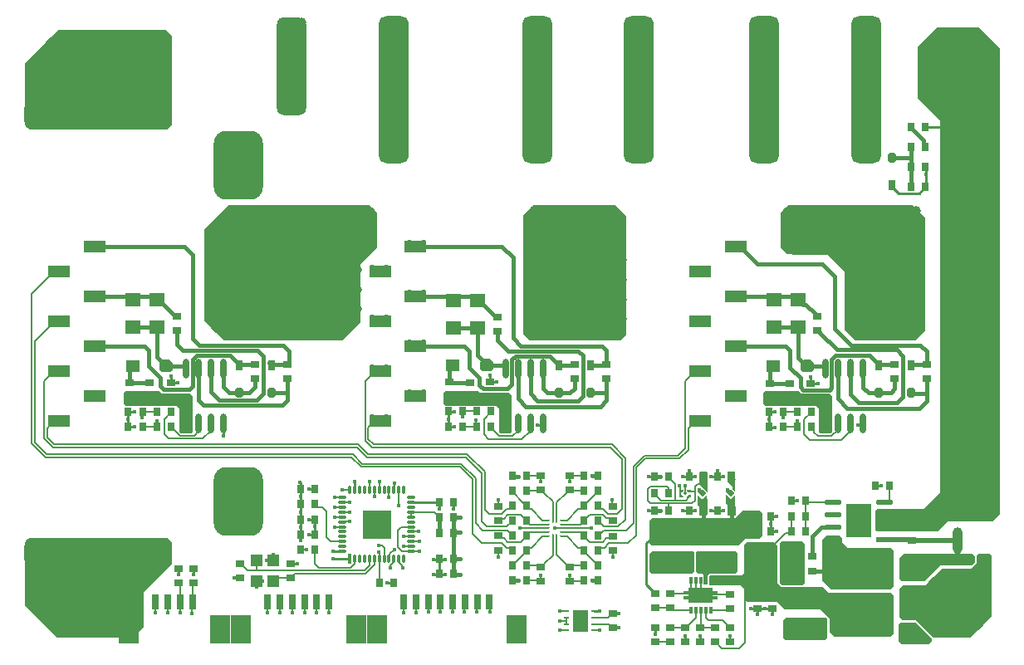
<source format=gbr>
%TF.GenerationSoftware,Altium Limited,Altium Designer,24.0.1 (36)*%
G04 Layer_Physical_Order=1*
G04 Layer_Color=191*
%FSLAX45Y45*%
%MOMM*%
%TF.SameCoordinates,B8119A69-DF13-4F5F-B16A-25B655FCA713*%
%TF.FilePolarity,Positive*%
%TF.FileFunction,Copper,L1,Top,Signal*%
%TF.Part,Single*%
G01*
G75*
%TA.AperFunction,SMDPad,SMDef*%
%ADD10P,0.70711X4X270.0*%
%TA.AperFunction,SMDPad,CuDef*%
%ADD11C,0.06000*%
%ADD12C,0.04400*%
%TA.AperFunction,SMDPad,SMDef*%
%ADD13P,0.35357X4X270.0*%
%TA.AperFunction,ConnectorPad*%
%ADD14R,2.00000X3.00000*%
%TA.AperFunction,SMDPad,CuDef*%
%ADD15R,1.50000X2.25001*%
%ADD16R,0.75000X0.85000*%
G04:AMPARAMS|DCode=17|XSize=1mm|YSize=0.8mm|CornerRadius=0mm|HoleSize=0mm|Usage=FLASHONLY|Rotation=90.000|XOffset=0mm|YOffset=0mm|HoleType=Round|Shape=Octagon|*
%AMOCTAGOND17*
4,1,8,0.20000,0.50000,-0.20000,0.50000,-0.40000,0.30000,-0.40000,-0.30000,-0.20000,-0.50000,0.20000,-0.50000,0.40000,-0.30000,0.40000,0.30000,0.20000,0.50000,0.0*
%
%ADD17OCTAGOND17*%

%ADD18R,0.80000X1.00000*%
%ADD19R,0.30000X0.80000*%
%ADD20R,2.40000X1.52000*%
%ADD21R,3.00000X3.00000*%
%ADD22O,0.30000X1.00000*%
%ADD23R,0.30000X1.00000*%
%ADD24O,1.00000X0.30000*%
%ADD25R,0.85000X0.75000*%
%ADD26R,1.27000X0.88900*%
%TA.AperFunction,ConnectorPad*%
%ADD27R,0.80000X1.60000*%
%TA.AperFunction,SMDPad,CuDef*%
%ADD28R,0.62499X0.28001*%
%ADD29R,2.20000X1.27000*%
%ADD30R,3.70000X1.10000*%
%ADD31R,1.65000X1.40000*%
G04:AMPARAMS|DCode=32|XSize=0.22mm|YSize=0.81mm|CornerRadius=0.055mm|HoleSize=0mm|Usage=FLASHONLY|Rotation=270.000|XOffset=0mm|YOffset=0mm|HoleType=Round|Shape=RoundedRectangle|*
%AMROUNDEDRECTD32*
21,1,0.22000,0.70000,0,0,270.0*
21,1,0.11000,0.81000,0,0,270.0*
1,1,0.11000,-0.35000,-0.05500*
1,1,0.11000,-0.35000,0.05500*
1,1,0.11000,0.35000,0.05500*
1,1,0.11000,0.35000,-0.05500*
%
%ADD32ROUNDEDRECTD32*%
G04:AMPARAMS|DCode=33|XSize=0.22mm|YSize=0.81mm|CornerRadius=0.055mm|HoleSize=0mm|Usage=FLASHONLY|Rotation=0.000|XOffset=0mm|YOffset=0mm|HoleType=Round|Shape=RoundedRectangle|*
%AMROUNDEDRECTD33*
21,1,0.22000,0.70000,0,0,0.0*
21,1,0.11000,0.81000,0,0,0.0*
1,1,0.11000,0.05500,-0.35000*
1,1,0.11000,-0.05500,-0.35000*
1,1,0.11000,-0.05500,0.35000*
1,1,0.11000,0.05500,0.35000*
%
%ADD33ROUNDEDRECTD33*%
%TA.AperFunction,ConnectorPad*%
G04:AMPARAMS|DCode=34|XSize=3mm|YSize=15mm|CornerRadius=0.75mm|HoleSize=0mm|Usage=FLASHONLY|Rotation=90.000|XOffset=0mm|YOffset=0mm|HoleType=Round|Shape=RoundedRectangle|*
%AMROUNDEDRECTD34*
21,1,3.00000,13.50000,0,0,90.0*
21,1,1.50000,15.00000,0,0,90.0*
1,1,1.50000,6.75000,0.75000*
1,1,1.50000,6.75000,-0.75000*
1,1,1.50000,-6.75000,-0.75000*
1,1,1.50000,-6.75000,0.75000*
%
%ADD34ROUNDEDRECTD34*%
G04:AMPARAMS|DCode=35|XSize=5mm|YSize=7mm|CornerRadius=1.25mm|HoleSize=0mm|Usage=FLASHONLY|Rotation=0.000|XOffset=0mm|YOffset=0mm|HoleType=Round|Shape=RoundedRectangle|*
%AMROUNDEDRECTD35*
21,1,5.00000,4.50000,0,0,0.0*
21,1,2.50000,7.00000,0,0,0.0*
1,1,2.50000,1.25000,-2.25000*
1,1,2.50000,-1.25000,-2.25000*
1,1,2.50000,-1.25000,2.25000*
1,1,2.50000,1.25000,2.25000*
%
%ADD35ROUNDEDRECTD35*%
%TA.AperFunction,SMDPad,CuDef*%
%ADD36R,1.40000X1.65000*%
%ADD37R,2.50000X3.40000*%
%ADD38O,1.80000X0.55000*%
%ADD39R,1.80000X0.55000*%
%ADD40O,0.60960X2.03200*%
%TA.AperFunction,ConnectorPad*%
G04:AMPARAMS|DCode=41|XSize=3mm|YSize=10mm|CornerRadius=0.75mm|HoleSize=0mm|Usage=FLASHONLY|Rotation=0.000|XOffset=0mm|YOffset=0mm|HoleType=Round|Shape=RoundedRectangle|*
%AMROUNDEDRECTD41*
21,1,3.00000,8.50000,0,0,0.0*
21,1,1.50000,10.00000,0,0,0.0*
1,1,1.50000,0.75000,-4.25000*
1,1,1.50000,-0.75000,-4.25000*
1,1,1.50000,-0.75000,4.25000*
1,1,1.50000,0.75000,4.25000*
%
%ADD41ROUNDEDRECTD41*%
G04:AMPARAMS|DCode=42|XSize=5mm|YSize=7mm|CornerRadius=1.25mm|HoleSize=0mm|Usage=FLASHONLY|Rotation=270.000|XOffset=0mm|YOffset=0mm|HoleType=Round|Shape=RoundedRectangle|*
%AMROUNDEDRECTD42*
21,1,5.00000,4.50000,0,0,270.0*
21,1,2.50000,7.00000,0,0,270.0*
1,1,2.50000,-2.25000,-1.25000*
1,1,2.50000,-2.25000,1.25000*
1,1,2.50000,2.25000,1.25000*
1,1,2.50000,2.25000,-1.25000*
%
%ADD42ROUNDEDRECTD42*%
G04:AMPARAMS|DCode=43|XSize=3mm|YSize=15mm|CornerRadius=0.75mm|HoleSize=0mm|Usage=FLASHONLY|Rotation=0.000|XOffset=0mm|YOffset=0mm|HoleType=Round|Shape=RoundedRectangle|*
%AMROUNDEDRECTD43*
21,1,3.00000,13.50000,0,0,0.0*
21,1,1.50000,15.00000,0,0,0.0*
1,1,1.50000,0.75000,-6.75000*
1,1,1.50000,-0.75000,-6.75000*
1,1,1.50000,-0.75000,6.75000*
1,1,1.50000,0.75000,6.75000*
%
%ADD43ROUNDEDRECTD43*%
%TA.AperFunction,SMDPad,CuDef*%
%ADD44R,1.20000X1.30000*%
%ADD45O,1.00000X2.70000*%
%ADD46R,1.00000X2.70000*%
%ADD47R,5.70000X1.70000*%
%ADD48R,1.39700X1.27000*%
G04:AMPARAMS|DCode=49|XSize=1.397mm|YSize=1.27mm|CornerRadius=0mm|HoleSize=0mm|Usage=FLASHONLY|Rotation=0.000|XOffset=0mm|YOffset=0mm|HoleType=Round|Shape=Octagon|*
%AMOCTAGOND49*
4,1,8,0.69850,-0.31750,0.69850,0.31750,0.38100,0.63500,-0.38100,0.63500,-0.69850,0.31750,-0.69850,-0.31750,-0.38100,-0.63500,0.38100,-0.63500,0.69850,-0.31750,0.0*
%
%ADD49OCTAGOND49*%

%TA.AperFunction,Conductor*%
%ADD50C,0.20320*%
%ADD51C,0.15240*%
%ADD52C,0.38100*%
%ADD53C,0.25400*%
%ADD54C,0.50800*%
%TA.AperFunction,NonConductor*%
%ADD55C,0.20320*%
%TA.AperFunction,ComponentPad*%
%ADD56C,1.00000*%
%ADD57C,7.00000*%
%ADD58C,1.01600*%
%TA.AperFunction,ViaPad*%
%ADD59C,0.40000*%
%ADD60C,1.00000*%
G36*
X1452880Y6349999D02*
X1510586Y6292294D01*
Y5381546D01*
X1464492Y5335452D01*
X54428D01*
X10160Y5379720D01*
Y6010210D01*
X349950Y6350000D01*
X1452880Y6349999D01*
D02*
G37*
G36*
X6139180Y4452620D02*
X6139180Y3238500D01*
X6083300Y3182620D01*
X5158740D01*
X5087620Y3253740D01*
Y4460240D01*
X5189220Y4561840D01*
X6029960D01*
X6139180Y4452620D01*
D02*
G37*
G36*
X3600024Y4489876D02*
X3600024Y4130884D01*
X3431540Y3962400D01*
Y3368040D01*
X3246120Y3182620D01*
X2042160D01*
X1836420Y3388360D01*
Y4312920D01*
X2087880Y4564380D01*
X3525520D01*
X3600024Y4489876D01*
D02*
G37*
G36*
X9187180Y4432300D02*
X9187179Y3281679D01*
X9088120Y3182620D01*
X8481060D01*
X8369300Y3294380D01*
Y3883660D01*
X8191500Y4061460D01*
X7787640D01*
X7715876Y4133224D01*
Y4487536D01*
X7790180Y4561840D01*
X9057640D01*
X9187180Y4432300D01*
D02*
G37*
G36*
X7925020Y2639060D02*
X8217120D01*
X8239980Y2616200D01*
Y2250440D01*
X8224740Y2235200D01*
X8123140D01*
X8107900Y2250440D01*
Y2486660D01*
X8077420Y2517140D01*
X7556720D01*
X7538940Y2534920D01*
X7538940Y2644140D01*
X7556720Y2661920D01*
X7902160D01*
X7925020Y2639060D01*
D02*
G37*
G36*
X4653280Y2646680D02*
X4945380D01*
X4975860Y2616200D01*
Y2250440D01*
X4960620Y2235200D01*
X4859020D01*
X4843780Y2250440D01*
Y2486660D01*
X4813300Y2517140D01*
X4292600D01*
X4274820Y2534920D01*
X4274820Y2644140D01*
X4292600Y2661920D01*
X4638040D01*
X4653280Y2646680D01*
D02*
G37*
G36*
X1399540Y2644140D02*
X1691640D01*
X1719580Y2616200D01*
Y2250440D01*
X1704340Y2235200D01*
X1602740D01*
X1587500Y2250440D01*
Y2486660D01*
X1557020Y2517140D01*
X1036320D01*
X1018540Y2534920D01*
X1018540Y2644140D01*
X1036320Y2661920D01*
X1381760D01*
X1399540Y2644140D01*
D02*
G37*
G36*
X7189694Y1663007D02*
X7164692Y1638005D01*
X7159691D01*
Y1673019D01*
X7189694D01*
Y1663007D01*
D02*
G37*
G36*
X6900653Y1662826D02*
X6875652Y1637825D01*
X6870651D01*
Y1672839D01*
X6900653D01*
Y1662826D01*
D02*
G37*
G36*
X6801162Y1633527D02*
X6775160D01*
X6759161Y1649524D01*
Y1655529D01*
X6801162D01*
Y1633527D01*
D02*
G37*
G36*
X6723164Y1649519D02*
X6707165Y1633517D01*
X6681163D01*
Y1655519D01*
X6723164D01*
Y1649519D01*
D02*
G37*
G36*
X7254240Y1833880D02*
Y1631061D01*
X7222292Y1663007D01*
Y1673019D01*
X7222292Y1688028D01*
X7187000Y1723320D01*
X7170420Y1739900D01*
Y1836420D01*
X7175500Y1841500D01*
X7246620D01*
X7254240Y1833880D01*
D02*
G37*
G36*
X6967220Y1836420D02*
Y1676805D01*
X6967217Y1628861D01*
X6885940Y1710138D01*
Y1836420D01*
X6891020Y1841500D01*
X6962140D01*
X6967220Y1836420D01*
D02*
G37*
G36*
X6801162Y1585519D02*
X6759164D01*
Y1591518D01*
X6775163Y1607520D01*
X6801162D01*
Y1585519D01*
D02*
G37*
G36*
X6723162Y1591516D02*
Y1585516D01*
X6681163D01*
Y1607518D01*
X6707162D01*
X6723162Y1591516D01*
D02*
G37*
G36*
X7252294Y1568021D02*
Y1495466D01*
X7256780Y1490980D01*
Y1402080D01*
X7254240Y1399540D01*
X7183120D01*
X7175500Y1407160D01*
Y1506220D01*
X7159691Y1522029D01*
Y1568021D01*
Y1603009D01*
X7164692D01*
X7200522Y1567180D01*
X7211464D01*
X7222292Y1578008D01*
X7247293Y1603009D01*
X7252294D01*
Y1568021D01*
D02*
G37*
G36*
X6963254Y1602740D02*
Y1573686D01*
X6972300Y1564640D01*
Y1409700D01*
X6962140Y1399540D01*
X6891020Y1399540D01*
X6885940Y1404620D01*
Y1485900D01*
X6870700Y1501140D01*
Y1567841D01*
X6870651D01*
Y1602829D01*
X6875652D01*
X6875741Y1602740D01*
X6911301Y1567180D01*
X6922604D01*
X6958164Y1602740D01*
X6958164D01*
X6958253Y1602829D01*
X6963254D01*
Y1602740D01*
D02*
G37*
G36*
X9949180Y6164580D02*
Y1409700D01*
X9875520Y1336040D01*
X9420860D01*
X9321800Y1236980D01*
X8699500D01*
X8681720Y1254760D01*
Y1440180D01*
X8702040Y1460500D01*
X9171940D01*
X9342120Y1630680D01*
Y5420360D01*
X9110980Y5651500D01*
Y6177280D01*
X9309100Y6375400D01*
X9738360D01*
X9949180Y6164580D01*
D02*
G37*
G36*
X7531100Y1419860D02*
Y1193800D01*
X7495540Y1158240D01*
X7350760D01*
X7282180Y1089660D01*
X6403340D01*
X6380480Y1112520D01*
Y1343660D01*
X6405880Y1369060D01*
X7246620D01*
X7322820Y1445260D01*
X7505700D01*
X7531100Y1419860D01*
D02*
G37*
G36*
X6835270Y1020950D02*
Y830709D01*
X6809765Y805205D01*
X6403315D01*
X6380480Y828040D01*
Y1008380D01*
X6405656Y1033556D01*
X6822664D01*
X6835270Y1020950D01*
D02*
G37*
G36*
X9695180Y982980D02*
X9695180Y917802D01*
X9661298Y883920D01*
X9344660D01*
X9184640Y723900D01*
X8956040D01*
X8930640Y749300D01*
Y967740D01*
X8966200Y1003300D01*
X9674860D01*
X9695180Y982980D01*
D02*
G37*
G36*
X7261860Y1033780D02*
X7279640Y1016000D01*
Y830580D01*
X7251700Y802640D01*
X6986314D01*
X6968047Y784373D01*
Y696137D01*
X6965330Y693420D01*
X6937228D01*
X6931929Y698718D01*
Y787131D01*
X6916420Y802640D01*
X6880860D01*
X6852920Y830580D01*
X6852919Y1021079D01*
X6865620Y1033780D01*
X7261860Y1033780D01*
D02*
G37*
G36*
X7962900Y1107440D02*
Y711200D01*
X7937500Y685800D01*
X7734300D01*
X7708900Y711200D01*
Y1112520D01*
X7726680Y1130300D01*
X7940040D01*
X7962900Y1107440D01*
D02*
G37*
G36*
X8343900Y1160780D02*
Y1125220D01*
X8399780Y1069340D01*
X8836660D01*
X8864600Y1041400D01*
Y670560D01*
X8834120Y640080D01*
X8232296D01*
X8136540Y735836D01*
Y1146460D01*
X8178800Y1188720D01*
X8315960D01*
X8343900Y1160780D01*
D02*
G37*
G36*
X6989798Y659739D02*
X7020278D01*
Y623737D01*
X7071797D01*
Y593737D01*
X7020278D01*
Y573737D01*
X7071797D01*
Y543738D01*
X7020278D01*
Y507743D01*
X6780279D01*
Y543738D01*
X6729796D01*
Y573737D01*
X6780279D01*
Y593737D01*
X6729796D01*
Y623737D01*
X6780279D01*
Y659742D01*
X6989796D01*
X6989798Y659739D01*
D02*
G37*
G36*
X7680960Y1092200D02*
Y706120D01*
X7719060Y668020D01*
X8148320D01*
X8209280Y607060D01*
X8841741D01*
X8864600Y584200D01*
Y190500D01*
X8834120Y160020D01*
X8270240D01*
X8219440Y210820D01*
Y342900D01*
X8120380Y441960D01*
X7752080D01*
X7680960Y513080D01*
X7373620D01*
X7340600Y546100D01*
Y647700D01*
X7307580Y680720D01*
X7000240D01*
X6985000Y695960D01*
X6985000Y772160D01*
X6995160Y782320D01*
X7317740Y782320D01*
X7345680Y810260D01*
Y1099820D01*
X7368540Y1122680D01*
X7650480D01*
X7680960Y1092200D01*
D02*
G37*
G36*
X1510121Y1122528D02*
Y900521D01*
X1221740Y612140D01*
Y259080D01*
X1112520Y149860D01*
X340360D01*
X10160Y480060D01*
Y1122680D01*
X53340Y1165860D01*
X1466789D01*
X1510121Y1122528D01*
D02*
G37*
G36*
X9870440Y980440D02*
Y371653D01*
X9646107Y147320D01*
X9273540D01*
X9095740Y325120D01*
X8958580D01*
X8930640Y353060D01*
X8930640Y650240D01*
X8968740Y688340D01*
X9189720D01*
X9354820Y853440D01*
X9654540D01*
X9710420Y909320D01*
Y985520D01*
X9728200Y1003300D01*
X9847580D01*
X9870440Y980440D01*
D02*
G37*
G36*
X8194170Y340530D02*
Y150289D01*
X8168665Y124785D01*
X7762215D01*
X7739380Y147620D01*
Y327960D01*
X7764556Y353136D01*
X8181564D01*
X8194170Y340530D01*
D02*
G37*
G36*
X9253220Y142240D02*
Y116840D01*
X9222740Y86360D01*
X8950960D01*
X8920480Y116840D01*
Y287020D01*
X8938260Y304800D01*
X9090660D01*
X9253220Y142240D01*
D02*
G37*
D10*
X6916953Y1620327D02*
D03*
X7205993Y1620507D02*
D03*
D11*
X6885634Y1652839D02*
D03*
X6948245Y1587841D02*
D03*
X6885634D02*
D03*
X6948245Y1652839D02*
D03*
X7174674Y1653019D02*
D03*
X7237285Y1588021D02*
D03*
X7174674D02*
D03*
X7237285Y1653019D02*
D03*
D12*
X6780162Y1644536D02*
D03*
Y1596530D02*
D03*
X6702158Y1644510D02*
D03*
Y1596504D02*
D03*
D13*
X6741173Y1620533D02*
D03*
D14*
X1070960Y235500D02*
D03*
X1997360D02*
D03*
X3388740D02*
D03*
X2212340D02*
D03*
X3599180D02*
D03*
X5025580D02*
D03*
D15*
X5671820Y322580D02*
D03*
D16*
X9048640Y4749800D02*
D03*
X9193640D02*
D03*
X4237880Y952500D02*
D03*
X4382880D02*
D03*
X4237880Y800100D02*
D03*
X4382880D02*
D03*
X2820560Y1051560D02*
D03*
X2965560D02*
D03*
X2820560Y1663700D02*
D03*
X2965560D02*
D03*
X2821720Y1356360D02*
D03*
X2966720D02*
D03*
X2820560Y1203960D02*
D03*
X2965560D02*
D03*
X4381720Y1531620D02*
D03*
X4236720D02*
D03*
X4381720Y1376680D02*
D03*
X4236720D02*
D03*
X4382880Y1221740D02*
D03*
X4237880D02*
D03*
X2820560Y1511300D02*
D03*
X2965560D02*
D03*
X3769580Y708660D02*
D03*
X3624580D02*
D03*
X5124560Y883920D02*
D03*
X4979560D02*
D03*
X5124560Y731520D02*
D03*
X4979560D02*
D03*
X9635380Y939800D02*
D03*
X9780380D02*
D03*
X5124560Y1341120D02*
D03*
X4979560D02*
D03*
X5124560Y1493520D02*
D03*
X4979560D02*
D03*
X5124560Y1188720D02*
D03*
X4979560D02*
D03*
X5124560Y1036320D02*
D03*
X4979560D02*
D03*
X4979560Y1645920D02*
D03*
X5124560D02*
D03*
X4979560Y1798320D02*
D03*
X5124560D02*
D03*
X8677800Y1699260D02*
D03*
X8822800D02*
D03*
X6429900Y1447800D02*
D03*
X6574900D02*
D03*
X6574900Y1620520D02*
D03*
X6429900D02*
D03*
X6574900Y1790700D02*
D03*
X6429900D02*
D03*
X5711080Y1188720D02*
D03*
X5856080D02*
D03*
X5711080Y1036320D02*
D03*
X5856080D02*
D03*
X5856080Y883920D02*
D03*
X5711080D02*
D03*
X5856080Y731520D02*
D03*
X5711080D02*
D03*
X5711080Y1341120D02*
D03*
X5856080D02*
D03*
X5711080Y1493520D02*
D03*
X5856080D02*
D03*
X5856080Y1645920D02*
D03*
X5711080D02*
D03*
X5856080Y1798320D02*
D03*
X5711080D02*
D03*
X7613760Y1231900D02*
D03*
X7468760D02*
D03*
X7613760Y1386840D02*
D03*
X7468760D02*
D03*
X7822980Y1234440D02*
D03*
X7967980D02*
D03*
X7071360Y1791900D02*
D03*
X7216360D02*
D03*
Y1446460D02*
D03*
X7071360D02*
D03*
X6782960Y1791900D02*
D03*
X6927960D02*
D03*
X6926800Y1446460D02*
D03*
X6781800D02*
D03*
X7822980Y1389380D02*
D03*
X7967980D02*
D03*
X9193639Y5356860D02*
D03*
X9048640D02*
D03*
X9193640Y5153660D02*
D03*
X9048640D02*
D03*
X7967979Y1544320D02*
D03*
X7822980D02*
D03*
X9048640Y4950460D02*
D03*
X9193640D02*
D03*
X4475480Y2303780D02*
D03*
X4330480D02*
D03*
X1210420Y2301240D02*
D03*
X1065420D02*
D03*
X4617720Y2303780D02*
D03*
X4762720D02*
D03*
X1360060Y2301240D02*
D03*
X1505060D02*
D03*
X4617720Y2458720D02*
D03*
X4762720D02*
D03*
X1360060Y2456180D02*
D03*
X1505060D02*
D03*
X4330481Y2458720D02*
D03*
X4475481D02*
D03*
X1065420Y2456180D02*
D03*
X1210420D02*
D03*
X7742140Y2298700D02*
D03*
X7597140D02*
D03*
X7883000D02*
D03*
X8028000D02*
D03*
X7883000Y2451100D02*
D03*
X8028000D02*
D03*
X7597140D02*
D03*
X7742140D02*
D03*
D17*
X8849360Y5042200D02*
D03*
X9042400Y2647200D02*
D03*
X8717280Y2647500D02*
D03*
X5778500Y2646080D02*
D03*
X2522220Y2648620D02*
D03*
X5453380Y2646380D02*
D03*
X2197100Y2648620D02*
D03*
D18*
X8849360Y4762200D02*
D03*
X9042400Y2927200D02*
D03*
X8717280Y2927500D02*
D03*
X5778500Y2926080D02*
D03*
X2522220Y2928620D02*
D03*
X5453380Y2926380D02*
D03*
X2197100Y2928620D02*
D03*
D19*
X6901167Y733877D02*
D03*
X6851180D02*
D03*
X6801167D02*
D03*
X6951180D02*
D03*
X7001167D02*
D03*
X6851180Y433903D02*
D03*
X6801167D02*
D03*
X6951180D02*
D03*
X6901167D02*
D03*
X7001167D02*
D03*
D20*
X6900278Y583737D02*
D03*
D21*
X3599180Y1305560D02*
D03*
D22*
X3874180Y955560D02*
D03*
X3824180D02*
D03*
X3774180D02*
D03*
X3724180D02*
D03*
X3674180D02*
D03*
X3624180D02*
D03*
X3574180D02*
D03*
X3524180D02*
D03*
X3474180D02*
D03*
X3424180D02*
D03*
X3374180D02*
D03*
X3324180Y1655560D02*
D03*
X3374180D02*
D03*
X3424180D02*
D03*
X3474180D02*
D03*
X3524180D02*
D03*
X3574180D02*
D03*
X3624180D02*
D03*
X3674180D02*
D03*
X3724180D02*
D03*
X3774180D02*
D03*
X3824180D02*
D03*
X3874180D02*
D03*
D23*
X3324180Y955560D02*
D03*
D24*
X3949180Y1580560D02*
D03*
Y1530560D02*
D03*
Y1480560D02*
D03*
Y1430560D02*
D03*
Y1380560D02*
D03*
Y1330560D02*
D03*
Y1280560D02*
D03*
Y1230560D02*
D03*
Y1180560D02*
D03*
Y1130560D02*
D03*
Y1080560D02*
D03*
Y1030560D02*
D03*
X3249180D02*
D03*
Y1080560D02*
D03*
Y1130560D02*
D03*
Y1180560D02*
D03*
Y1230560D02*
D03*
Y1280560D02*
D03*
Y1330560D02*
D03*
Y1380560D02*
D03*
Y1430560D02*
D03*
Y1480560D02*
D03*
Y1530560D02*
D03*
Y1580560D02*
D03*
D25*
X6002020Y1488660D02*
D03*
Y1343660D02*
D03*
X9017000Y783700D02*
D03*
Y638700D02*
D03*
X1732280Y711200D02*
D03*
Y856200D02*
D03*
X6007100Y252620D02*
D03*
Y397620D02*
D03*
X1577340Y856200D02*
D03*
Y711200D02*
D03*
X4546600Y2607200D02*
D03*
Y2752200D02*
D03*
X1285240Y2604660D02*
D03*
Y2749660D02*
D03*
X7813040Y2599580D02*
D03*
Y2744580D02*
D03*
X9204960Y2937360D02*
D03*
Y2792360D02*
D03*
X4338320Y2754740D02*
D03*
Y2609740D02*
D03*
X6896420Y105830D02*
D03*
Y250830D02*
D03*
X6591620Y105830D02*
D03*
Y250830D02*
D03*
X6439220Y105830D02*
D03*
Y250830D02*
D03*
X6744020D02*
D03*
Y105830D02*
D03*
X7048820Y250830D02*
D03*
Y105830D02*
D03*
X4833620Y1341120D02*
D03*
Y1486120D02*
D03*
X5273040Y1802240D02*
D03*
Y1657240D02*
D03*
X4833620Y1188720D02*
D03*
Y1043720D02*
D03*
X5273040Y725060D02*
D03*
Y870060D02*
D03*
X6002020Y1186180D02*
D03*
Y1041180D02*
D03*
X5562600Y725060D02*
D03*
Y870060D02*
D03*
Y1804780D02*
D03*
Y1659780D02*
D03*
X7200900Y594580D02*
D03*
Y449580D02*
D03*
X6441440Y452120D02*
D03*
Y597120D02*
D03*
X6593840Y597120D02*
D03*
Y452120D02*
D03*
X7201220Y105830D02*
D03*
Y250830D02*
D03*
X2722880Y758080D02*
D03*
Y903080D02*
D03*
X2204720D02*
D03*
Y758080D02*
D03*
X8039100Y976740D02*
D03*
Y831740D02*
D03*
X9055100Y1286620D02*
D03*
Y1141620D02*
D03*
X7475220Y595740D02*
D03*
Y450740D02*
D03*
X7635240Y594360D02*
D03*
Y449360D02*
D03*
X1074420Y2607200D02*
D03*
Y2752200D02*
D03*
X4752340Y2754740D02*
D03*
Y2609740D02*
D03*
X1498600Y2749660D02*
D03*
Y2604660D02*
D03*
X5941060Y2791240D02*
D03*
Y2936240D02*
D03*
X2684780Y2793780D02*
D03*
Y2938780D02*
D03*
X4828540Y3271520D02*
D03*
Y3416520D02*
D03*
X1557020Y3280300D02*
D03*
Y3425300D02*
D03*
X5615940Y2791240D02*
D03*
Y2936240D02*
D03*
X2359660Y2793780D02*
D03*
Y2938780D02*
D03*
X7604980Y2598420D02*
D03*
Y2743420D02*
D03*
X8021540D02*
D03*
Y2598420D02*
D03*
X8092440Y3282840D02*
D03*
Y3427840D02*
D03*
X8879840Y2792360D02*
D03*
Y2937360D02*
D03*
D26*
X9001752Y245368D02*
D03*
Y435368D02*
D03*
D27*
X1345280Y516560D02*
D03*
X1470280D02*
D03*
X1595280D02*
D03*
X1720280D02*
D03*
X3873500D02*
D03*
X3998500D02*
D03*
X4123500D02*
D03*
X4248500D02*
D03*
X4373500D02*
D03*
X4498500D02*
D03*
X4623500D02*
D03*
X4748500D02*
D03*
X3111660D02*
D03*
X2986660D02*
D03*
X2861660D02*
D03*
X2736660D02*
D03*
X2611660D02*
D03*
X2486660D02*
D03*
D28*
X5530571Y420065D02*
D03*
Y355092D02*
D03*
Y290068D02*
D03*
Y225095D02*
D03*
X5813069D02*
D03*
Y290068D02*
D03*
Y355092D02*
D03*
Y420065D02*
D03*
D29*
X3632200Y2364740D02*
D03*
Y2872740D02*
D03*
Y3380740D02*
D03*
Y3888740D02*
D03*
X3992220Y2618740D02*
D03*
Y3126740D02*
D03*
Y4142740D02*
D03*
Y3634740D02*
D03*
X720700Y3632200D02*
D03*
Y4140200D02*
D03*
Y3124200D02*
D03*
Y2616200D02*
D03*
X360680Y3886200D02*
D03*
Y3378200D02*
D03*
Y2870200D02*
D03*
Y2362200D02*
D03*
X7256120Y3632200D02*
D03*
Y4140200D02*
D03*
Y3124200D02*
D03*
Y2616200D02*
D03*
X6896100Y3886200D02*
D03*
Y3378200D02*
D03*
Y2870200D02*
D03*
Y2362200D02*
D03*
D30*
X7076440Y1244740D02*
D03*
Y944740D02*
D03*
D31*
X6482080Y954440D02*
D03*
Y1234440D02*
D03*
X6733540Y954740D02*
D03*
Y1234740D02*
D03*
X7840980Y274020D02*
D03*
Y554020D02*
D03*
X8089900Y274020D02*
D03*
Y554020D02*
D03*
X7650480Y3599480D02*
D03*
Y3319480D02*
D03*
X7894320Y3599480D02*
D03*
Y3319480D02*
D03*
X4627880Y3589620D02*
D03*
Y3309620D02*
D03*
X1114655Y3599480D02*
D03*
Y3319480D02*
D03*
X4381500Y3589620D02*
D03*
Y3309620D02*
D03*
X1358495Y3599480D02*
D03*
Y3319480D02*
D03*
D32*
X5318240Y1344920D02*
D03*
Y1304920D02*
D03*
Y1264920D02*
D03*
Y1224920D02*
D03*
Y1184920D02*
D03*
X5507240D02*
D03*
Y1224920D02*
D03*
Y1264920D02*
D03*
Y1304920D02*
D03*
Y1344920D02*
D03*
D33*
X5392740Y1170420D02*
D03*
X5432740D02*
D03*
Y1359420D02*
D03*
X5392740D02*
D03*
D34*
X760160Y5486400D02*
D03*
X760160Y1016000D02*
D03*
D35*
X2190160Y4966403D02*
D03*
Y1536000D02*
D03*
D36*
X7507940Y1033780D02*
D03*
X7787940D02*
D03*
X7507940Y789940D02*
D03*
X7787940D02*
D03*
D37*
X8511540Y1343660D02*
D03*
D38*
X8249040Y1534160D02*
D03*
Y1407160D02*
D03*
Y1280160D02*
D03*
Y1153160D02*
D03*
X8774040Y1534160D02*
D03*
Y1407160D02*
D03*
Y1280160D02*
D03*
D39*
Y1153160D02*
D03*
D40*
X4909820Y2334260D02*
D03*
X5036820D02*
D03*
X5163820D02*
D03*
X5290820D02*
D03*
Y2893060D02*
D03*
X5163820D02*
D03*
X5036820D02*
D03*
X4909820D02*
D03*
X1653540Y2334260D02*
D03*
X1780540D02*
D03*
X1907540D02*
D03*
X2034540D02*
D03*
Y2893060D02*
D03*
X1907540D02*
D03*
X1780540D02*
D03*
X1653540D02*
D03*
X8173940Y2334260D02*
D03*
X8300940D02*
D03*
X8427940D02*
D03*
X8554940D02*
D03*
Y2893060D02*
D03*
X8427940D02*
D03*
X8300940D02*
D03*
X8173940D02*
D03*
D41*
X2732337Y5979160D02*
D03*
D42*
X3252337Y4310400D02*
D03*
X5752400D02*
D03*
X8065203Y4310400D02*
D03*
D43*
X3772334Y5740400D02*
D03*
X5232400Y5740400D02*
D03*
X6272397Y5740400D02*
D03*
X7545203Y5740400D02*
D03*
X8585200Y5740400D02*
D03*
D44*
X2541180Y725580D02*
D03*
X2371180D02*
D03*
X2541180Y935580D02*
D03*
X2371180D02*
D03*
D45*
X9522460Y1145260D02*
D03*
D46*
Y1745260D02*
D03*
D47*
X8549640Y283000D02*
D03*
Y733000D02*
D03*
D48*
X7641810Y2915920D02*
D03*
X4372610Y2931160D02*
D03*
X1109980Y2922380D02*
D03*
D49*
X7984710Y2915920D02*
D03*
X4715510Y2931160D02*
D03*
X1452880Y2922380D02*
D03*
D50*
X6693060Y1605620D02*
Y1688817D01*
X6685280Y1696597D02*
Y1699260D01*
Y1693935D02*
Y1696597D01*
X6693060Y1688817D01*
X1433861Y2225163D02*
X1479704Y2179320D01*
X1826260D02*
X1907540Y2260600D01*
X1479704Y2179320D02*
X1826260D01*
X1533119Y2268900D02*
X1592219Y2209800D01*
X1734820D01*
X1780540Y2255520D01*
X1532400Y2268900D02*
X1533119D01*
X1780540Y2255520D02*
Y2334260D01*
X5077460Y2176780D02*
X5163820Y2263140D01*
X4690220Y2226200D02*
X4739640Y2176780D01*
X5077460D01*
X4983480Y2209800D02*
X5036820Y2263140D01*
X4848499Y2209800D02*
X4983480D01*
X4790060Y2268239D02*
X4848499Y2209800D01*
X4790060Y2268239D02*
Y2276440D01*
X4762720Y2303780D02*
X4790060Y2276440D01*
X7956297Y2224023D02*
X8013700Y2166620D01*
X8331200D02*
X8425180Y2260600D01*
X8013700Y2166620D02*
X8331200D01*
X8055340Y2244360D02*
Y2271360D01*
X8094980Y2204720D02*
X8234680D01*
X8055340Y2244360D02*
X8094980Y2204720D01*
X8028000Y2298700D02*
X8055340Y2271360D01*
X8234680Y2204720D02*
X8300940Y2270980D01*
X7956297Y2224023D02*
Y2374397D01*
X8425180Y2260600D02*
X8427720D01*
X8075603Y4300000D02*
X8500000D01*
X8065203Y4310400D02*
X8075603Y4300000D01*
X317500Y2319020D02*
X360680Y2362200D01*
X240272Y2191597D02*
Y2288292D01*
X279400Y2319020D02*
X317500D01*
X240272Y2288292D02*
X275200Y2323220D01*
X4022690Y1231230D02*
X4023360Y1231900D01*
X3949850Y1231230D02*
X4022690D01*
X3949180Y1230560D02*
X3949850Y1231230D01*
X6593840Y597120D02*
X6853625D01*
X6801167Y649578D02*
X6853625Y597120D01*
X6901167Y584626D02*
Y733877D01*
X5412740Y1264920D02*
X5786120D01*
X6693060Y1605620D02*
X6702160Y1596520D01*
X6002020Y975360D02*
Y1041180D01*
X4833569Y1043669D02*
X4833620Y1043720D01*
X4833569Y974862D02*
Y1043669D01*
X4833620Y1486120D02*
Y1554480D01*
X7766903Y1220935D02*
X7809474D01*
X7636854Y1090886D02*
X7766903Y1220935D01*
X7626306Y1090886D02*
X7636854D01*
X7622540Y1087120D02*
X7626306Y1090886D01*
X7809474Y1220935D02*
X7822980Y1234440D01*
Y1285861D02*
Y1389380D01*
Y1234440D02*
Y1285861D01*
X5813069Y225095D02*
X5813552Y225577D01*
X5869217D01*
X5869700Y226060D01*
X3616960Y1094740D02*
X3620726Y1090974D01*
X3651206D01*
X3674180Y955560D02*
Y1068000D01*
X3651206Y1090974D02*
X3674180Y1068000D01*
X2820560Y1051560D02*
X2882660D01*
X2371180Y833120D02*
X2371180Y833120D01*
X2371180D02*
X3472180D01*
X2279680D02*
X2371180D01*
Y833120D02*
Y935580D01*
X2204720Y903080D02*
X2209720D01*
X2279680Y833120D01*
X1470280Y516560D02*
X1470440Y516720D01*
X1470280Y406560D02*
Y516560D01*
X1345280D02*
X1345440Y516720D01*
X1345280Y406560D02*
Y516560D01*
X2486660D02*
X2486820Y516720D01*
X2486660Y406560D02*
Y516560D01*
X2611660D02*
X2611820Y516720D01*
X2611660Y406560D02*
Y516560D01*
X2736660D02*
X2736820Y516720D01*
X2736660Y406560D02*
Y516560D01*
X2861660D02*
X2861820Y516720D01*
X2861660Y406560D02*
Y516560D01*
X2986660D02*
X2986820Y516720D01*
X2986660Y406560D02*
Y516560D01*
X3111500Y406400D02*
Y516400D01*
X3111660Y516560D01*
X3624180Y716680D02*
X3629660Y711200D01*
X3623412Y956329D02*
Y1025840D01*
X3622643Y1026608D02*
X3623412Y1025840D01*
Y956329D02*
X3624180Y955560D01*
X3870960Y514020D02*
X3873500Y516560D01*
X3870960Y408940D02*
Y514020D01*
X3997960Y408940D02*
Y516020D01*
X3998500Y516560D01*
X4124960Y411480D02*
Y515100D01*
X4123500Y516560D02*
X4124960Y515100D01*
X4246880Y414020D02*
Y514940D01*
X4248500Y516560D01*
X4371340Y414020D02*
Y514400D01*
X4373500Y516560D01*
X4493260Y414020D02*
Y511320D01*
X4498500Y516560D01*
X4620260Y414020D02*
Y513320D01*
X4623500Y516560D01*
X3246120Y1656080D02*
X3323660D01*
X3324180Y1655560D01*
X3169920Y1280160D02*
X3170120Y1280360D01*
X3248980D01*
X3249180Y1280560D01*
X3250650Y1332030D02*
X3323390D01*
X3324860Y1333500D01*
X3249180Y1330560D02*
X3250650Y1332030D01*
X3169920Y1381760D02*
X3170520Y1381160D01*
X3248580D02*
X3249180Y1380560D01*
X3170520Y1381160D02*
X3248580D01*
X3249180Y1430560D02*
X3250180Y1431560D01*
X3323860D01*
X3324860Y1432560D01*
X3169920Y1483360D02*
X3171320Y1481960D01*
X3247780D02*
X3249180Y1480560D01*
X3171320Y1481960D02*
X3247780D01*
X3324330Y1531090D02*
X3324860Y1531620D01*
X3249180Y1530560D02*
X3249710Y1531090D01*
X3324330D01*
X3169920Y1582420D02*
X3170850Y1581490D01*
X3248250D02*
X3249180Y1580560D01*
X3170850Y1581490D02*
X3248250D01*
X3083560Y1172010D02*
X3125010Y1130560D01*
X3083560Y1172010D02*
Y1438888D01*
X3125010Y1130560D02*
X3249180D01*
X2992900Y1478960D02*
X3043488D01*
X3083560Y1438888D01*
X2965560Y1506300D02*
X2992900Y1478960D01*
X2965560Y1506300D02*
Y1511300D01*
X1592580Y513860D02*
X1595280Y516560D01*
X1592580Y401320D02*
Y513860D01*
X1717040Y513320D02*
X1720280Y516560D01*
X1717040Y398780D02*
Y513320D01*
X1720280Y699200D02*
X1732280Y711200D01*
X1720280Y516560D02*
Y699200D01*
X1595280Y516560D02*
Y693260D01*
X1577340Y711200D02*
X1595280Y693260D01*
X6008260Y251460D02*
X6068060D01*
X6007100Y252620D02*
X6008260Y251460D01*
X6011020Y393700D02*
X6068060D01*
X6007100Y397620D02*
X6011020Y393700D01*
X3726032Y1002180D02*
X3775264Y1051413D01*
X3724180Y955560D02*
X3726032Y957412D01*
Y1002180D01*
X3859574Y864826D02*
X3863340Y861060D01*
X3824180Y920560D02*
X3859574Y885165D01*
Y864826D02*
Y885165D01*
X3824180Y920560D02*
Y955560D01*
X3738104Y864785D02*
Y884483D01*
X3734338Y861020D02*
X3738104Y864785D01*
X3774180Y920560D02*
Y955560D01*
X3738104Y884483D02*
X3774180Y920560D01*
X5964652Y290068D02*
X5999480Y255240D01*
X5813069Y290068D02*
X5964652D01*
X5959572Y355092D02*
X5990560Y386080D01*
X5813069Y355092D02*
X5959572D01*
X5990560Y386080D02*
X6004560D01*
X5530571Y325120D02*
Y355092D01*
Y293908D02*
Y325120D01*
X5528031Y322580D02*
X5530571Y325120D01*
X5466080Y322580D02*
X5528031D01*
X5528762Y292100D02*
X5530571Y293908D01*
X5524500Y292100D02*
X5528762D01*
X5466080Y226060D02*
X5466563Y225577D01*
X5530088D01*
X5530571Y225095D01*
X5466563Y419583D02*
X5530088D01*
X5466080Y419100D02*
X5466563Y419583D01*
X5530088D02*
X5530571Y420065D01*
X3859394Y1030560D02*
X3927520D01*
X3815080Y1074874D02*
Y1247140D01*
Y1074874D02*
X3859394Y1030560D01*
X3848500Y1280560D02*
X3949180D01*
X3815080Y1247140D02*
X3848500Y1280560D01*
X3949180Y1380560D02*
Y1386840D01*
Y1387360D02*
X3949700Y1386840D01*
X3949180Y1387360D02*
Y1430560D01*
X4187840D01*
X4224020Y1209040D02*
X4236720Y1221740D01*
X4187840Y1430560D02*
X4223940Y1394460D01*
X3822700Y1654080D02*
X3824180Y1655560D01*
X3822700Y1498840D02*
Y1654080D01*
X3624180Y1655560D02*
X3624380Y1655760D01*
Y1742240D02*
X3624580Y1742440D01*
X3624380Y1655760D02*
Y1742240D01*
X3526032Y1657412D02*
Y1737872D01*
X3524180Y1655560D02*
X3526032Y1657412D01*
Y1737872D02*
X3528060Y1739900D01*
X3722876Y1654256D02*
X3724180Y1655560D01*
X3722876Y1584418D02*
Y1654256D01*
X3721571Y1583114D02*
X3722876Y1584418D01*
X3624180Y716680D02*
Y955560D01*
X3004820Y863600D02*
X3329940D01*
X2965560Y902860D02*
Y1051560D01*
Y902860D02*
X3004820Y863600D01*
X3372328Y953708D02*
X3374180Y955560D01*
X3329940Y863600D02*
X3372328Y905988D01*
Y953708D01*
X3484805Y802640D02*
X3574180Y892015D01*
X2767440Y802640D02*
X3484805D01*
X2755220Y785420D02*
Y790420D01*
X2767440Y802640D01*
X2727880Y758080D02*
X2755220Y785420D01*
X3873770Y1180830D02*
X3948910D01*
X3873500Y1181100D02*
X3873770Y1180830D01*
X3948910D02*
X3949180Y1180560D01*
Y1130560D02*
X3950320Y1131700D01*
X4032380D01*
X4033520Y1132840D01*
X3948650Y1080030D02*
X3949180Y1080560D01*
X3874030Y1080030D02*
X3948650D01*
X3873500Y1079500D02*
X3874030Y1080030D01*
X3949520Y1030900D02*
X4033180D01*
X4033520Y1031240D01*
X3949180Y1030560D02*
X3949520Y1030900D01*
X5565140Y727600D02*
Y787160D01*
X5562600Y1742680D02*
Y1804780D01*
X5270500Y1740140D02*
Y1799700D01*
X5273040Y1802240D01*
X5562600Y725060D02*
X5565140Y727600D01*
X5266580Y731520D02*
X5270500Y727600D01*
X5273040Y725060D01*
X5270500Y727600D02*
Y787160D01*
X7116470Y43180D02*
X7294880D01*
X7353300Y101600D01*
X7053820Y105830D02*
X7116470Y43180D01*
X7353300Y101600D02*
Y581660D01*
X7048820Y105830D02*
X7053820D01*
X6744020Y250830D02*
X6749020D01*
X6591620D02*
X6744020D01*
X6769100Y270910D02*
X6851180Y352990D01*
Y433903D01*
X6769100Y259080D02*
Y270910D01*
X6901167Y255577D02*
Y429247D01*
X6901180Y429260D01*
X6896420Y250830D02*
X6901167Y255577D01*
X5999480Y1491200D02*
Y1554480D01*
Y1491200D02*
X6002020Y1488660D01*
X5056567Y1264920D02*
X5318240D01*
X5704620Y1804780D02*
X5711080Y1798320D01*
X5562600Y1804780D02*
X5704620D01*
X5009500Y916260D02*
X5124560Y1031320D01*
X4979560Y888920D02*
X5006900Y916260D01*
X4979560Y883920D02*
Y888920D01*
X5124560Y1031320D02*
Y1036320D01*
X5006900Y916260D02*
X5009500D01*
X5124560Y1798320D02*
X5128480Y1802240D01*
X5273040D01*
X5562600Y725060D02*
X5704620D01*
X5711080Y731520D01*
X5124560D02*
X5266580D01*
X6244291Y1195788D02*
Y1882876D01*
X6213811Y1318553D02*
Y1895501D01*
X6338487Y1977072D02*
X6681669D01*
X6244291Y1882876D02*
X6338487Y1977072D01*
X6326954Y2008645D02*
X6669039D01*
X6213811Y1895501D02*
X6326954Y2008645D01*
X6669039D02*
X6742281Y2081886D01*
X6681669Y1977072D02*
X6772761Y2068165D01*
X5914500Y1247140D02*
X6142398D01*
X6213811Y1318553D01*
X6052216Y1415287D02*
X6102861Y1465932D01*
Y1968677D01*
X5994400Y2120242D02*
X6133341Y1981302D01*
X5981700Y2089837D02*
X6102861Y1968677D01*
X6060655Y1282182D02*
X6133341Y1354867D01*
Y1981302D01*
X5951214Y1415287D02*
X6052216D01*
X6162381Y1113879D02*
X6244291Y1195788D01*
X5965982Y1113879D02*
X6162381D01*
X3565284Y2120317D02*
X5994400D01*
Y2120242D02*
Y2120317D01*
X3548035Y2089837D02*
X5981700D01*
X3508732Y2023389D02*
X4519576D01*
X4701540Y1841425D01*
Y1457163D02*
Y1841425D01*
X3497655Y1991360D02*
X4508500D01*
X4671060Y1828800D01*
Y1333900D02*
Y1828800D01*
X4460269Y1922751D02*
X4605665Y1777355D01*
X3451889Y1922751D02*
X4460269D01*
X4605665Y1319270D02*
Y1777355D01*
X4447644Y1892271D02*
X4575185Y1764730D01*
Y1739330D02*
Y1764730D01*
X3439264Y1892271D02*
X4447644D01*
X4575185Y1208205D02*
Y1739045D01*
X7881620Y2300080D02*
Y2362200D01*
Y2300080D02*
X7883000Y2298700D01*
X7741920Y2450880D02*
X7742140Y2451100D01*
X7741920Y2392680D02*
Y2450880D01*
X1360060Y2301240D02*
X1361440Y2302620D01*
Y2362200D01*
X1209040Y2395220D02*
Y2454800D01*
X1210420Y2456180D01*
X3574180Y892015D02*
Y955560D01*
X3524180Y885120D02*
Y955560D01*
X3472180Y833120D02*
X3524180Y885120D01*
X2573680Y758080D02*
X2727880D01*
X2541180Y725580D02*
X2573680Y758080D01*
X221055Y1991360D02*
X3340175D01*
X3439264Y1892271D01*
X5917568Y1065464D02*
X5965982Y1113879D01*
X137235Y2075180D02*
X221055Y1991360D01*
X81524Y2130891D02*
X137235Y2075180D01*
X137235D01*
X3352800Y2021840D02*
X3451889Y1922751D01*
X3397568Y2091447D02*
X3497655Y1991360D01*
X233680Y2021840D02*
X3352800D01*
X297317Y2091447D02*
X3397568D01*
X3410193Y2121927D02*
X3508732Y2023389D01*
X309942Y2121927D02*
X3410193D01*
X3481868Y2156004D02*
Y2768908D01*
Y2156004D02*
X3548035Y2089837D01*
X3512348Y2173253D02*
X3565284Y2120317D01*
X3512348Y2173253D02*
Y2291388D01*
X112004Y2143516D02*
X233680Y2021840D01*
X272126Y2116638D02*
X272126D01*
X209792Y2178972D02*
X272126Y2116638D01*
X272126D02*
X297317Y2091447D01*
X240272Y2191597D02*
X309942Y2121927D01*
X209792Y2178972D02*
Y2765812D01*
X6772761Y2068165D02*
Y2285360D01*
X6742281Y2081886D02*
Y2762880D01*
X5888420Y1308780D02*
X5915019Y1282182D01*
X6060655D01*
X5883420Y1065464D02*
X5917568D01*
X5856080Y1036320D02*
Y1038124D01*
X5883420Y1065464D01*
X6742281Y2762880D02*
X6849600Y2870200D01*
X6772761Y2285360D02*
X6849600Y2362200D01*
X6896100D01*
X6849600Y2870200D02*
X6896100D01*
X3481868Y2768908D02*
X3585700Y2872740D01*
X3512348Y2291388D02*
X3585700Y2364740D01*
X3632200D01*
X3585700Y2872740D02*
X3632200D01*
X5901997Y1125900D02*
X5939797Y1163699D01*
X5979539D01*
X5768900Y1125900D02*
X5901997D01*
X5979539Y1163699D02*
X6002020Y1186180D01*
X5094620Y1525860D02*
X5097220D01*
X5124560Y1498520D01*
X4979560Y1640920D02*
Y1645920D01*
Y1640920D02*
X5094620Y1525860D01*
X5124560Y1493520D02*
Y1498520D01*
X5856080Y1193720D02*
X5883420Y1221060D01*
X5888420D02*
X5914500Y1247140D01*
X5856080Y1188720D02*
Y1193720D01*
X5883420Y1221060D02*
X5888420D01*
X4952928Y1062952D02*
X4979560Y1036320D01*
X4668595Y1114794D02*
X4871884D01*
X4923726Y1062952D02*
X4952928D01*
X4871884Y1114794D02*
X4923726Y1062952D01*
X81524Y2130891D02*
Y3655304D01*
X112004Y2143516D02*
Y3176024D01*
X209792Y2765812D02*
X314180Y2870200D01*
X81524Y3655304D02*
X259080Y3832860D01*
X307340D01*
X360680Y3886200D01*
X112004Y3176024D02*
X314180Y3378200D01*
X360680D01*
X4575185Y1208205D02*
X4668595Y1114794D01*
X4743923Y1414780D02*
X4871017D01*
X4605665Y1319270D02*
X4678395Y1246540D01*
X4926740D01*
X4979560Y1193720D01*
X4671060Y1333900D02*
X4721660Y1283300D01*
X4921740D01*
X4701540Y1457163D02*
X4743923Y1414780D01*
X4871017D02*
X4921874Y1465637D01*
X314180Y2870200D02*
X360680D01*
X4979560Y1188720D02*
Y1193720D01*
X4833620Y1188720D02*
X4856367Y1165973D01*
X4893338D02*
X4933412Y1125900D01*
X4856367Y1165973D02*
X4893338D01*
X4933412Y1125900D02*
X5066740D01*
X4921874Y1465637D02*
X4952220D01*
X4979560Y1492977D02*
Y1498520D01*
X4952220Y1465637D02*
X4979560Y1492977D01*
X4833620Y1341120D02*
X4856377Y1363877D01*
X4893328D02*
X4933391Y1403940D01*
X4856377Y1363877D02*
X4893328D01*
X4933391Y1403940D02*
X5066740D01*
X4921740Y1283300D02*
X4947220Y1308780D01*
X4979560Y1336120D02*
Y1341120D01*
X4952220Y1308780D02*
X4979560Y1336120D01*
X4947220Y1308780D02*
X4952220D01*
X5905321Y1461180D02*
X5951214Y1415287D01*
X5883420Y1461180D02*
X5905321D01*
X5856080Y1488520D02*
X5883420Y1461180D01*
X5856080Y1488520D02*
Y1493520D01*
X5939067Y1366870D02*
X5978810D01*
X5768900Y1403940D02*
X5901997D01*
X5939067Y1366870D01*
X5978810D02*
X6002020Y1343660D01*
X5856080Y1336120D02*
Y1341120D01*
Y1336120D02*
X5883420Y1308780D01*
X5888420D01*
X5066740Y1403940D02*
X5124560Y1346120D01*
Y1341120D02*
Y1346120D01*
Y1336120D02*
Y1341120D01*
Y1183720D02*
Y1188720D01*
X5066740Y1125900D02*
X5124560Y1183720D01*
X5711080Y1336120D02*
Y1346120D01*
X5768900Y1403940D01*
X5826140Y1613580D02*
X5828740D01*
X5856080Y1640920D01*
X5711080Y1493520D02*
Y1498520D01*
X5826140Y1613580D01*
X5856080Y1640920D02*
Y1645920D01*
Y883920D02*
Y888920D01*
X5711080Y1031320D02*
Y1036320D01*
Y1031320D02*
X5826140Y916260D01*
X5828740D01*
X5856080Y888920D01*
X5711080Y1183720D02*
X5768900Y1125900D01*
X5711080Y1183720D02*
Y1188720D01*
X5261720Y1645920D02*
X5273040Y1657240D01*
X5124560Y1645920D02*
X5261720D01*
X5557600Y870060D02*
X5571460Y883920D01*
X5711080D01*
X5264180D02*
X5278040Y870060D01*
X5124560Y883920D02*
X5264180D01*
X5576460Y1645920D02*
X5711080D01*
X5562600Y1659780D02*
X5576460Y1645920D01*
X5530260Y1627440D02*
Y1632440D01*
X5432740Y1529920D02*
X5530260Y1627440D01*
X5432740Y1359420D02*
Y1529920D01*
X5557600Y1659780D02*
X5562600D01*
X5530260Y1632440D02*
X5557600Y1659780D01*
X5278040Y1657240D02*
X5305380Y1629900D01*
Y1624900D02*
Y1629900D01*
X5273040Y1657240D02*
X5278040D01*
X5305380Y1624900D02*
X5392740Y1537540D01*
Y1359420D02*
Y1537540D01*
X5432740Y994920D02*
Y1170420D01*
Y994920D02*
X5557600Y870060D01*
X5278040D02*
X5305380Y897400D01*
Y902400D01*
X5392740Y989760D02*
Y1170420D01*
X5305380Y902400D02*
X5392740Y989760D01*
X5172480Y1068660D02*
X5288740Y1184920D01*
X5151900Y1068660D02*
X5172480D01*
X5124560Y1041320D02*
X5151900Y1068660D01*
X5124560Y1036320D02*
Y1041320D01*
X5288740Y1184920D02*
X5318240D01*
X5124560Y1193720D02*
X5155760Y1224920D01*
X5318240D01*
X5124560Y1188720D02*
Y1193720D01*
Y1336120D02*
X5155760Y1304920D01*
X5318240D01*
X5172480Y1461180D02*
X5288740Y1344920D01*
X5124560Y1488520D02*
Y1493520D01*
X5288740Y1344920D02*
X5318240D01*
X5151900Y1461180D02*
X5172480D01*
X5124560Y1488520D02*
X5151900Y1461180D01*
X5536740Y1344920D02*
X5653000Y1461180D01*
X5683740D01*
X5711080Y1488520D01*
X5507240Y1344920D02*
X5536740D01*
X5711080Y1488520D02*
Y1493520D01*
X5679880Y1304920D02*
X5711080Y1336120D01*
X5507240Y1304920D02*
X5679880D01*
X5536740Y1184920D02*
X5653000Y1068660D01*
X5683740D01*
X5711080Y1036320D02*
Y1041320D01*
X5507240Y1184920D02*
X5536740D01*
X5683740Y1068660D02*
X5711080Y1041320D01*
X5679880Y1224920D02*
X5711080Y1193720D01*
Y1188720D02*
Y1193720D01*
X5507240Y1224920D02*
X5679880D01*
X1505060Y2296240D02*
Y2301240D01*
Y2296240D02*
X1532400Y2268900D01*
X4690220Y2226200D02*
Y2381220D01*
X4762720Y2453720D01*
Y2458720D01*
X5036820Y2263140D02*
Y2334260D01*
X8028000Y2446100D02*
Y2451100D01*
X7956297Y2374397D02*
X8028000Y2446100D01*
X8300940Y2270980D02*
Y2334260D01*
X7742140Y2298700D02*
X7883000D01*
X7742140Y2451100D02*
X7883000D01*
X5163820Y2263140D02*
Y2334260D01*
X1433861Y2225163D02*
Y2379981D01*
X1505060Y2451180D01*
X1907540Y2260600D02*
Y2334260D01*
X1210420Y2301240D02*
X1360060D01*
X1210420Y2456180D02*
X1360060D01*
X1505060Y2451180D02*
Y2456180D01*
X6439220Y105830D02*
X6591620D01*
X7200900Y106150D02*
X7201220Y105830D01*
X7200900Y106150D02*
Y167930D01*
X6950357Y806803D02*
X6950768Y806391D01*
Y734288D02*
Y806391D01*
Y734288D02*
X6951180Y733877D01*
X6981551Y326403D02*
X7120647D01*
X6951180Y356774D02*
Y433903D01*
Y356774D02*
X6981551Y326403D01*
X7120647D02*
X7196220Y250830D01*
X7201220D01*
X7001167Y433903D02*
X7185223D01*
X7200900Y449580D01*
X6901167Y584626D02*
X6911121Y594580D01*
X6900278Y583737D02*
X6901167Y584626D01*
X6911121Y594580D02*
X7200900D01*
X6851180Y632836D02*
X6886896Y597120D01*
X6853625D02*
X6886896D01*
X6900278Y583737D01*
X6851180Y632836D02*
Y733877D01*
X6801167Y649578D02*
Y733877D01*
X6896420Y250830D02*
X7048820D01*
X6441440Y452120D02*
X6441441Y452120D01*
X6593840D01*
X6612057Y433903D01*
X6801167D01*
X7967980Y1234440D02*
Y1544320D01*
X7967979Y1544320D02*
X7967980Y1544320D01*
Y1234440D02*
X7967980Y1234440D01*
X7978139Y1534160D02*
X8249040D01*
X8822800Y1550180D02*
Y1699260D01*
X8774040Y1534160D02*
X8806780D01*
X8822800Y1550180D01*
D51*
X6741173Y1620533D02*
Y1699247D01*
X6741160Y1699260D02*
X6741173Y1699247D01*
X6842223Y1691952D02*
X6868552Y1718281D01*
X6921333D01*
X3775580Y1656960D02*
Y1728340D01*
X3776980Y1729740D01*
X3774180Y1655560D02*
X3775580Y1656960D01*
X3574180Y1586676D02*
Y1655560D01*
X4610100Y2311400D02*
X4617720Y2303780D01*
X4610100Y2311400D02*
Y2370820D01*
X4475480Y2400300D02*
Y2458719D01*
X4475481Y2458720D01*
X4475480Y2303780D02*
X4617720D01*
X4475481Y2458720D02*
X4617720D01*
X6642676Y1550708D02*
X6752363D01*
X6574900Y1785700D02*
X6642676Y1717924D01*
X6630180Y1550708D02*
X6642676D01*
Y1717924D01*
X6623538Y1550708D02*
X6630180D01*
X6494712D02*
X6623538D01*
X6574900Y1785700D02*
Y1790700D01*
X6842223Y1644520D02*
Y1691952D01*
X6362700Y1666240D02*
X6385560Y1689100D01*
X6362700Y1544320D02*
Y1666240D01*
X6385560Y1689100D02*
X6558281D01*
X6570428Y1676952D01*
Y1624992D02*
X6574900Y1620520D01*
X6570428Y1624992D02*
Y1676952D01*
X6387985Y1519035D02*
X6811380D01*
X6362700Y1544320D02*
X6387985Y1519035D01*
X6574900Y1447800D02*
Y1518920D01*
X6811380Y1519035D02*
X6842223Y1549879D01*
Y1644520D01*
X6780160D02*
X6842223D01*
X6752363Y1550708D02*
X6780160Y1578505D01*
Y1596520D01*
X6429900Y1615520D02*
X6494712Y1550708D01*
X6429900Y1615520D02*
Y1620520D01*
D52*
X4381500Y3634740D02*
X4582760D01*
X3992220D02*
X4073500D01*
X7174674Y1652162D02*
X7206329Y1620507D01*
X7174674Y1652162D02*
Y1653019D01*
X6885634Y1651981D02*
X6917289Y1620327D01*
X6885634Y1651981D02*
Y1652839D01*
X6918960Y1315720D02*
X6926580Y1323340D01*
Y1399540D01*
X7216360Y1325660D02*
X7221220Y1320800D01*
X7216360Y1325660D02*
Y1446460D01*
X1687138Y2682950D02*
X1717930Y2713742D01*
X1422269Y2682950D02*
X1687138D01*
X1393041Y2712178D02*
X1422269Y2682950D01*
X1393041Y2712178D02*
Y2799915D01*
X4645660Y2723510D02*
X4681850Y2687320D01*
X4928858D02*
X4973320Y2731782D01*
X4681850Y2687320D02*
X4928858D01*
X7948397Y2674620D02*
X8212303D01*
X8236858Y2699175D01*
X7917254Y2705763D02*
X7948397Y2674620D01*
X9048640Y4823460D02*
Y4950460D01*
Y4749800D02*
Y4823460D01*
X9048640Y5052060D02*
Y5153660D01*
Y4950460D02*
Y5052060D01*
X9038779Y5042200D02*
X9048640Y5052060D01*
X8849360Y5042200D02*
X9038779D01*
X9048640Y4950460D02*
X9048640Y4950460D01*
X9048640Y5351860D02*
Y5356860D01*
Y5351860D02*
X9175190Y5225310D01*
Y5172110D02*
Y5225310D01*
Y5172110D02*
X9193640Y5153660D01*
X4237300Y1222320D02*
Y1376100D01*
X4236720Y1376680D02*
X4237300Y1376100D01*
Y1222320D02*
X4237880Y1221740D01*
X4382010Y1376390D02*
X4382300Y1376680D01*
X4444420D01*
X4382300Y952500D02*
Y1297940D01*
X4382010Y1298230D02*
Y1376390D01*
X4381720Y1376680D02*
X4382010Y1376390D01*
Y1298230D02*
X4382300Y1297940D01*
X4382880Y1221740D02*
X4383170Y1222030D01*
X4445290D01*
X6429900Y1447800D02*
X6434617Y1443083D01*
X6491636D01*
X6492000Y1442720D01*
X6429900Y1790700D02*
X6492000D01*
X2684780Y2569789D02*
Y2644140D01*
X1834950Y2521150D02*
X2636141D01*
X2684780Y2569789D01*
X5941060Y2572486D02*
Y2646680D01*
X5117404Y2506980D02*
X5875554D01*
X5941060Y2572486D01*
X5783580Y2931160D02*
X5935980D01*
X5941060Y2936240D01*
X5778500Y2926080D02*
X5783580Y2931160D01*
X2522220Y2928620D02*
X2527300Y2933700D01*
X2679700D01*
X4387597Y795383D02*
X4444637D01*
X4445000Y795020D01*
X4382880Y800100D02*
X4387597Y795383D01*
X4382880Y952500D02*
X4445000D01*
X4382735Y800245D02*
X4382880Y800100D01*
X4382590Y876590D02*
X4382735Y876445D01*
Y800245D02*
Y876445D01*
X4382590Y952210D02*
X4382880Y952500D01*
X4382590Y876590D02*
Y952210D01*
X5793980Y731520D02*
X5856080D01*
X4979560D02*
X4981613Y733573D01*
X5041296D01*
X5793980Y1798320D02*
X5856080D01*
X4979560D02*
X4981737Y1796143D01*
X5041296D02*
X5041660Y1795780D01*
X4981737Y1796143D02*
X5041296D01*
X7650480Y3319480D02*
X7894320D01*
X5894011Y3124200D02*
X5941060Y3077151D01*
Y2936240D02*
Y3077151D01*
X5067300Y3124200D02*
X5894011D01*
X1722120Y3195320D02*
Y4054615D01*
X1636535Y4140200D02*
X1722120Y4054615D01*
X720700Y4140200D02*
X1636535D01*
X1780540Y2575560D02*
X1834950Y2521150D01*
X1722120Y3195320D02*
X1789918Y3127522D01*
X1557020Y3141090D02*
Y3280300D01*
X1618848Y3079262D02*
X2386344D01*
X1557020Y3141090D02*
X1618848Y3079262D01*
X2700020Y2954020D02*
Y3068874D01*
X2641372Y3127522D02*
X2700020Y3068874D01*
X1789918Y3127522D02*
X2641372D01*
X2684780Y2938780D02*
X2700020Y2954020D01*
X2679700Y2933700D02*
X2684780Y2938780D01*
X2386344Y3079262D02*
X2442968Y3022638D01*
Y2636331D02*
Y3022638D01*
X2376048Y2569410D02*
X2442968Y2636331D01*
X1992430Y2569410D02*
X2376048D01*
X1270575Y2922380D02*
X1393041Y2799915D01*
X1270575Y2922380D02*
Y3083243D01*
X1229618Y3124200D02*
X1270575Y3083243D01*
X720700Y3124200D02*
X1229618D01*
X1717930Y2713742D02*
Y2985984D01*
X8236858Y2699175D02*
Y2989028D01*
X8277860Y3030030D01*
X1717930Y2985984D02*
X1762166Y3030220D01*
X2298100Y2648620D02*
X2359660Y2710180D01*
Y2793780D01*
X2197100Y2648620D02*
X2298100D01*
X2096100D02*
X2197100D01*
X2034540Y2710180D02*
Y2893060D01*
Y2710180D02*
X2096100Y2648620D01*
X1907540Y2654300D02*
X1992430Y2569410D01*
X1907540Y2654300D02*
Y2893060D01*
X1780540Y2575560D02*
Y2893060D01*
X2684780Y2644140D02*
Y2793780D01*
X2680300Y2648620D02*
X2684780Y2644140D01*
X2522220Y2648620D02*
X2680300D01*
X4986020Y3205480D02*
Y4030980D01*
Y3205480D02*
X5067300Y3124200D01*
X3992220Y4142740D02*
X4874260D01*
X4986020Y4030980D01*
X4544884Y2904936D02*
Y3068309D01*
X3992220Y3126740D02*
X4486453D01*
X4544884Y3068309D01*
X4645660Y2723510D02*
Y2804160D01*
X4544884Y2904936D02*
X4645660Y2804160D01*
X4973320Y2731782D02*
Y2985094D01*
X5163820Y2639667D02*
Y2893060D01*
X5236317Y2567170D02*
X5646400D01*
X5163820Y2639667D02*
X5236317Y2567170D01*
X5036820Y2587564D02*
Y2893060D01*
Y2587564D02*
X5117404Y2506980D01*
X5646400Y2567170D02*
X5697220Y2617990D01*
Y3026420D01*
X4938072Y3075628D02*
X5648012D01*
X5697220Y3026420D01*
X4828540Y3185160D02*
X4938072Y3075628D01*
X4828540Y3185160D02*
Y3271520D01*
X5012096Y3023870D02*
X5365890D01*
X5458310Y2931310D02*
Y2931450D01*
X5365890Y3023870D02*
X5458310Y2931450D01*
X5568425Y2646380D02*
X5615940Y2693895D01*
X5453380Y2646380D02*
X5568425D01*
X5615940Y2693895D02*
Y2791240D01*
X5339380Y2646380D02*
X5453380D01*
X5290820Y2694940D02*
Y2893060D01*
Y2694940D02*
X5339380Y2646380D01*
X8879840Y2686852D02*
Y2792360D01*
X8840488Y2647500D02*
X8879840Y2686852D01*
X8609780Y2647500D02*
X8840488D01*
X8427940Y2633760D02*
Y2893060D01*
X8513081Y2548619D02*
X8903699D01*
X8427940Y2633760D02*
X8513081Y2548619D01*
X8300940Y2585500D02*
X8397240Y2489200D01*
X9126220D01*
X8300940Y2585500D02*
Y2893060D01*
X9138920Y3134360D02*
X9204960Y3068320D01*
X8435340Y3134360D02*
X9138920D01*
X9204960Y2937360D02*
Y3068320D01*
X8963660Y2608580D02*
Y3025140D01*
X8903699Y2548619D02*
X8963660Y2608580D01*
X8289180Y3086100D02*
X8902700D01*
X8963660Y3025140D01*
X9204960Y2644140D02*
Y2792360D01*
X9045460Y2644140D02*
X9204960D01*
Y2567940D02*
Y2644140D01*
X9126220Y2489200D02*
X9204960Y2567940D01*
X5778500Y2646080D02*
X5940460D01*
X5941060Y2646680D02*
Y2791240D01*
X5940460Y2646080D02*
X5941060Y2646680D01*
X7810500Y2905760D02*
Y3081177D01*
X7256120Y3124200D02*
X7767477D01*
X7810500Y3081177D01*
X1283970Y2750930D02*
X1285240Y2749660D01*
X1074420Y2752200D02*
X1075690Y2750930D01*
X1283970D01*
X1074420Y2886820D02*
X1109980Y2922380D01*
X1074420Y2752200D02*
Y2886820D01*
X1762166Y3030220D02*
X2105500D01*
X2197100Y2938620D01*
Y2928620D02*
Y2938620D01*
X2354580Y2933700D02*
X2359660Y2938780D01*
X2202180Y2933700D02*
X2354580D01*
X2501270Y2949570D02*
X2522220Y2928620D01*
X1358495Y3016765D02*
Y3319480D01*
Y3016765D02*
X1452880Y2922380D01*
X1114655Y3319480D02*
X1343660D01*
X1358495D01*
X1642980Y2922380D02*
X1653540Y2911820D01*
Y2893060D02*
Y2911820D01*
X1452880Y2922380D02*
X1642980D01*
X720700Y3632200D02*
X1325775D01*
X1526724Y3443750D02*
X1538570D01*
X1358495Y3599480D02*
X1370994D01*
X1526724Y3443750D01*
X1538570D02*
X1557020Y3425300D01*
X1325775Y3632200D02*
X1358495Y3599480D01*
X4973320Y2985094D02*
X5012096Y3023870D01*
X4899260Y2931160D02*
X4909820Y2920600D01*
X4715510Y2931160D02*
X4899260D01*
X4909820Y2893060D02*
Y2920600D01*
X5458310Y2931310D02*
X5611010D01*
X5615940Y2936240D01*
X4338320Y2754740D02*
X4339590Y2753470D01*
X4545330D01*
X4546600Y2752200D01*
X4338320Y2896870D02*
X4372610Y2931160D01*
X4338320Y2754740D02*
Y2896870D01*
X4627880Y3025952D02*
X4715510Y2938322D01*
Y2931160D02*
Y2938322D01*
X4627880Y3025952D02*
Y3309620D01*
X4073500Y3634740D02*
X4381500D01*
X4582760D02*
X4627880Y3589620D01*
X7861600Y3632200D02*
X7894320Y3599480D01*
X7945270Y3548530D01*
X7256120Y3632200D02*
X7861600D01*
X7984710Y2915920D02*
Y2917562D01*
X7894320Y3007952D02*
Y3319480D01*
Y3007952D02*
X7984710Y2917562D01*
X7917254Y2705763D02*
Y2799006D01*
X7810500Y2905760D02*
X7917254Y2799006D01*
X8277860Y3030030D02*
X8623490D01*
X4381500Y3309620D02*
X4627880D01*
X4640380Y3589620D02*
X4795030Y3434970D01*
X4810090D01*
X4828540Y3416520D01*
X4627880Y3589620D02*
X4640380D01*
X7812460Y2744000D02*
X7813040Y2744580D01*
X7605560Y2744000D02*
X7812460D01*
X7604980Y2743420D02*
X7605560Y2744000D01*
X7604980Y2879090D02*
X7641810Y2915920D01*
X7604980Y2743420D02*
Y2879090D01*
X7984710Y2915920D02*
X8163380D01*
X8173940Y2905360D01*
Y2893060D02*
Y2905360D01*
X9042400Y2647200D02*
X9045460Y2644140D01*
X9042400Y2927200D02*
X9047480Y2932280D01*
X9199880D01*
X9204960Y2937360D01*
X8554940Y2702340D02*
Y2893060D01*
Y2702340D02*
X8609780Y2647500D01*
X8721650Y2931870D02*
X8722210Y2932430D01*
X8717280Y2927500D02*
X8721650Y2931870D01*
X8623490Y3030030D02*
X8721650Y2931870D01*
X8874910Y2932430D02*
X8879840Y2937360D01*
X8722210Y2932430D02*
X8874910D01*
X8265160Y3304540D02*
Y3832860D01*
Y3304540D02*
X8435340Y3134360D01*
X8135620Y3962400D02*
X8265160Y3832860D01*
X7480419Y3962400D02*
X8135620D01*
X8115890Y3259390D02*
X8289180Y3086100D01*
X8092440Y3282840D02*
X8097440D01*
X8115890Y3264390D01*
Y3259390D02*
Y3264390D01*
X7945270Y3548530D02*
X7971750D01*
X8068990Y3451290D01*
Y3446290D02*
Y3451290D01*
Y3446290D02*
X8087440Y3427840D01*
X8092440D01*
X7302619Y4140200D02*
X7480419Y3962400D01*
X7256120Y4140200D02*
X7302619D01*
X8039100Y1186180D02*
X8133080Y1280160D01*
X8039100Y976740D02*
Y1186180D01*
X8133080Y1280160D02*
X8249040D01*
X8039100Y831740D02*
X8258700D01*
X8260080Y833120D01*
D53*
X9194220Y4874840D02*
X9194800Y4874260D01*
X9194220Y4874840D02*
Y4949880D01*
X9193640Y4950460D02*
X9194220Y4949880D01*
Y4873680D02*
X9194800Y4874260D01*
X9194220Y4750380D02*
Y4873680D01*
X2818710Y1665550D02*
X2821250Y1663010D01*
X2819980Y1661740D02*
X2821250Y1663010D01*
X1065420Y2453640D02*
X1127520D01*
X6782320Y1791900D02*
X6782640Y1792220D01*
X4330480Y2456180D02*
X4392580D01*
X7474900Y450420D02*
X7475220Y450100D01*
X7555920Y450160D02*
X7556610Y449470D01*
X7635130D02*
X7635560Y449040D01*
X7613070Y1233230D02*
X7614080Y1232220D01*
X7613070Y1386150D02*
X7614080Y1387160D01*
X7070720Y1791900D02*
X7071040Y1792220D01*
X8021320Y2743640D02*
X8021650Y2743310D01*
X8849360Y4752200D02*
X8917120Y4684440D01*
X9133280D01*
X9193640Y4744800D01*
Y4749800D01*
X8849360Y4752200D02*
Y4762200D01*
X9193640Y4749800D02*
X9194220Y4750380D01*
X9193639Y5356860D02*
X9372600D01*
X1732280Y856200D02*
X1734820Y858740D01*
X1732280Y796640D02*
Y856200D01*
X1574800Y794100D02*
Y853660D01*
X1577340Y856200D01*
X6347460Y691100D02*
X6411640Y626920D01*
X6347460Y1112320D02*
X6469580Y1234440D01*
X6347460Y691100D02*
Y1112320D01*
X6411640Y621920D02*
X6436440Y597120D01*
X6441440D01*
X6411640Y621920D02*
Y626920D01*
X6469580Y1234440D02*
X6482080D01*
X2540860Y935900D02*
Y997680D01*
Y935900D02*
X2541180Y935580D01*
X2371500Y663480D02*
Y725260D01*
X2371180Y725580D02*
X2371500Y725260D01*
Y725900D02*
X2433280D01*
X2371180Y725580D02*
X2371500Y725900D01*
X2479080Y935260D02*
X2540860D01*
X2541180Y935580D01*
X2142620Y757760D02*
X2204400D01*
X2204720Y758080D01*
X2723200Y903400D02*
X2784980D01*
X2722880Y903080D02*
X2723200Y903400D01*
X6439540Y188730D02*
Y250510D01*
X6439220Y250830D02*
X6439540Y250510D01*
X7009260Y1446140D02*
X7071040D01*
X7071360Y1446460D01*
X6719700Y1446140D02*
X6781480D01*
X6781800Y1446460D01*
X6367800Y1447480D02*
X6429580D01*
X6429900Y1447800D01*
X6367800Y1790380D02*
X6429580D01*
X6429900Y1790700D01*
X7008940Y1791900D02*
X7070720D01*
X6720540D02*
X6782320D01*
X7071040Y1792220D02*
Y1854000D01*
Y1792220D02*
X7071360Y1791900D01*
X6782640Y1792220D02*
Y1854000D01*
Y1792220D02*
X6782960Y1791900D01*
X7612380Y1308100D02*
X7613070Y1308790D01*
Y1233230D02*
Y1307410D01*
Y1308790D02*
Y1386150D01*
X7612380Y1308100D02*
X7613070Y1307410D01*
X7614080Y1232220D02*
X7675860D01*
X7613760Y1231900D02*
X7614080Y1232220D01*
Y1387160D02*
X7675860D01*
X8678120Y1699580D02*
X8739900D01*
X8677800Y1699260D02*
X8678120Y1699580D01*
X9049330Y1147390D02*
X9055100Y1141620D01*
X7823300Y1544640D02*
X7885079D01*
X7822980Y1544320D02*
X7823300Y1544640D01*
X7475800Y450160D02*
X7555920D01*
X7556610Y449470D02*
X7635130D01*
X7475220Y450740D02*
X7475800Y450160D01*
X7474900Y450420D02*
X7475220Y450740D01*
X7635560Y387260D02*
Y449040D01*
X7475220Y388320D02*
Y450100D01*
X7413120Y450420D02*
X7474900D01*
X6743700Y106150D02*
Y167930D01*
Y106150D02*
X6744020Y105830D01*
X6896100Y106150D02*
X6896420Y105830D01*
X6896100Y106150D02*
Y167930D01*
X6926800Y1446460D02*
X6949440Y1423820D01*
X7071360Y1446460D02*
X7072700Y1447800D01*
X7133460D01*
X6781800Y1446460D02*
X6783140Y1447800D01*
X6843900D01*
X6784160Y1790700D02*
X6845060D01*
X6782960Y1791900D02*
X6784160Y1790700D01*
X7072560D02*
X7133460D01*
X7071360Y1791900D02*
X7072560Y1790700D01*
X8021320Y2743640D02*
Y2807020D01*
X4752920Y2755320D02*
X4820340D01*
X4820920Y2755900D01*
X4752340Y2754740D02*
X4752920Y2755320D01*
X4749800Y2757280D02*
X4752340Y2754740D01*
X4749800Y2757280D02*
Y2822260D01*
X2034540Y2207260D02*
Y2334260D01*
X5278120Y2321560D02*
X5290820Y2334260D01*
X5239700Y2321560D02*
X5278120D01*
X1499290Y2748970D02*
X1566490D01*
X1498600Y2749660D02*
X1499290Y2748970D01*
X1566490D02*
X1567180Y2748280D01*
X1498600Y2749660D02*
Y2814124D01*
X1064150Y2302510D02*
Y2376170D01*
Y2302510D02*
X1065420Y2301240D01*
X1062880Y2377440D02*
X1064150Y2378710D01*
Y2452370D01*
X1065420Y2453640D01*
X1062880Y2377440D02*
X1064150Y2376170D01*
X1067960Y2298700D02*
X1127520D01*
X1065420Y2301240D02*
X1067960Y2298700D01*
X4329210Y2305050D02*
Y2378710D01*
Y2305050D02*
X4330480Y2303780D01*
X4327940Y2379980D02*
X4329210Y2381250D01*
Y2454910D01*
X4330480Y2456180D01*
X4327940Y2379980D02*
X4329210Y2378710D01*
X4333020Y2301240D02*
X4392580D01*
X4330480Y2303780D02*
X4333020Y2301240D01*
X7597140Y2298700D02*
X7599680Y2296160D01*
X7659240D01*
X7597140Y2451100D02*
X7659240D01*
X7594600Y2374900D02*
X7595870Y2373630D01*
Y2449830D02*
X7597140Y2451100D01*
X7595870Y2376170D02*
Y2449830D01*
X7594600Y2374900D02*
X7595870Y2376170D01*
Y2299970D02*
X7597140Y2298700D01*
X7595870Y2299970D02*
Y2373630D01*
X8542240Y2321560D02*
X8554940Y2334260D01*
X8503820Y2321560D02*
X8542240D01*
X8094870Y2743310D02*
X8094980Y2743200D01*
X8021650Y2743310D02*
X8094870D01*
X4381610Y1531510D02*
X4381720Y1531620D01*
X4381610Y1464690D02*
Y1531510D01*
X4381500Y1464580D02*
X4381610Y1464690D01*
X4237880Y800100D02*
X4240420Y797560D01*
X4237590Y800390D02*
X4237880Y800100D01*
X4235340Y797560D02*
X4237880Y800100D01*
X4173220Y797560D02*
X4235340D01*
X4237300Y951920D02*
X4237880Y952500D01*
X4235340Y949960D02*
X4237300Y951920D01*
X4173220Y949960D02*
X4235340D01*
X4237300Y876880D02*
X4237590Y876590D01*
Y800390D02*
Y876590D01*
X4237300Y876880D02*
Y951920D01*
X4240420Y797560D02*
X4299980D01*
X4237880Y952500D02*
X4240420Y949960D01*
X4299980D01*
X4236720Y1464580D02*
Y1531620D01*
X4235660Y1530560D02*
X4236720Y1531620D01*
X3949180Y1530560D02*
X4235660D01*
X2903460Y1663700D02*
X2965560D01*
X3373650Y1656090D02*
X3374180Y1655560D01*
X3373120Y1739900D02*
X3373650Y1739370D01*
Y1656090D02*
Y1739370D01*
X2819980Y1279580D02*
X2820850Y1280450D01*
Y1355490D01*
X2821720Y1356360D01*
X2819400Y1432560D02*
X2819980Y1433140D01*
X2820560Y1357520D02*
Y1431400D01*
X2819980Y1433140D02*
Y1510720D01*
X2819400Y1432560D02*
X2820560Y1431400D01*
Y1357520D02*
X2821720Y1356360D01*
X2819980Y1510720D02*
X2820560Y1511300D01*
X2819980Y1511880D02*
X2820560Y1511300D01*
X2819400Y1587500D02*
X2819980Y1588080D01*
Y1511880D02*
Y1586920D01*
Y1588080D02*
Y1661740D01*
X2819400Y1587500D02*
X2819980Y1586920D01*
X2818710Y1665550D02*
Y1730430D01*
X2816860Y1732280D02*
X2818710Y1730430D01*
X2821250Y1140150D02*
Y1203270D01*
X2820560Y1203960D02*
X2821250Y1203270D01*
X2819980Y1204540D02*
Y1279580D01*
Y1204540D02*
X2820560Y1203960D01*
X2904620Y1356360D02*
X2966720D01*
X2903460Y1203960D02*
X2965560D01*
X2965505Y1204015D02*
X2965560Y1203960D01*
X2965450Y1283970D02*
X2965505Y1283915D01*
Y1204015D02*
Y1283915D01*
X2965450Y1355090D02*
X2966720Y1356360D01*
X2965450Y1283970D02*
Y1355090D01*
X3154349Y952500D02*
X3321880D01*
X3324180Y954800D02*
Y955560D01*
X3321880Y952500D02*
X3324180Y954800D01*
X3154349Y1031240D02*
X3154689Y1030900D01*
X3248840D01*
X3249180Y1030560D01*
X5813069Y420065D02*
X5813857Y420853D01*
X5874233D01*
X3767040Y706120D02*
X3769580Y708660D01*
X3707480Y706120D02*
X3767040D01*
X7216360Y1791900D02*
X7238480Y1769780D01*
D54*
X9522460Y949960D02*
Y1145260D01*
X9518820Y1141620D02*
X9522460Y1145260D01*
X9055100Y1141620D02*
X9518820D01*
X8776140Y1151060D02*
X9045660D01*
X8774040Y1153160D02*
X8776140Y1151060D01*
X9045660D02*
X9049330Y1147390D01*
D55*
X4749800Y414020D02*
Y515260D01*
X4748500Y516560D02*
X4749800Y515260D01*
D56*
X71800Y5393123D02*
D03*
X760140D02*
D03*
X415970D02*
D03*
X243885D02*
D03*
X932225D02*
D03*
X588055D02*
D03*
X1104310D02*
D03*
X1276395D02*
D03*
X1448480Y5583623D02*
D03*
X71800D02*
D03*
X760140D02*
D03*
X415970D02*
D03*
X243885D02*
D03*
X932225D02*
D03*
X588055D02*
D03*
X1104310D02*
D03*
X1276395D02*
D03*
X1448480Y922723D02*
D03*
X71800D02*
D03*
X760140D02*
D03*
X415970D02*
D03*
X243885D02*
D03*
X932225D02*
D03*
X588055D02*
D03*
X1104310D02*
D03*
X1276395D02*
D03*
X71800Y1113223D02*
D03*
X760140D02*
D03*
X415970D02*
D03*
X243885D02*
D03*
X932225D02*
D03*
X588055D02*
D03*
X1104310D02*
D03*
X1276395D02*
D03*
X2829560Y5912505D02*
D03*
Y5568335D02*
D03*
Y6256675D02*
D03*
Y6084590D02*
D03*
Y5740420D02*
D03*
Y6428760D02*
D03*
X2639060Y5912505D02*
D03*
Y5568335D02*
D03*
Y6256675D02*
D03*
Y6084590D02*
D03*
Y5740420D02*
D03*
Y6428760D02*
D03*
X3869557Y5224165D02*
D03*
Y5396250D02*
D03*
Y5912505D02*
D03*
Y5568335D02*
D03*
Y6256675D02*
D03*
Y6084590D02*
D03*
Y5740420D02*
D03*
Y6428760D02*
D03*
Y5052080D02*
D03*
X3679057Y5224165D02*
D03*
Y5396250D02*
D03*
Y5912505D02*
D03*
Y5568335D02*
D03*
Y6256675D02*
D03*
Y6084590D02*
D03*
Y5740420D02*
D03*
Y6428760D02*
D03*
X5329623Y5224165D02*
D03*
Y5396250D02*
D03*
Y5912505D02*
D03*
Y5568335D02*
D03*
Y6256675D02*
D03*
Y6084590D02*
D03*
Y5740420D02*
D03*
Y6428760D02*
D03*
X5139123Y5224165D02*
D03*
Y5396250D02*
D03*
Y5912505D02*
D03*
Y5568335D02*
D03*
Y6256675D02*
D03*
Y6084590D02*
D03*
Y5740420D02*
D03*
Y6428760D02*
D03*
Y5052080D02*
D03*
X6369620Y5224165D02*
D03*
Y5396250D02*
D03*
Y5912505D02*
D03*
Y5568335D02*
D03*
Y6256675D02*
D03*
Y6084590D02*
D03*
Y5740420D02*
D03*
Y6428760D02*
D03*
Y5052080D02*
D03*
X6179120Y5224165D02*
D03*
Y5396250D02*
D03*
Y5912505D02*
D03*
Y5568335D02*
D03*
Y6256675D02*
D03*
Y6084590D02*
D03*
Y5740420D02*
D03*
Y6428760D02*
D03*
X7642426Y5224165D02*
D03*
Y5396250D02*
D03*
Y5912505D02*
D03*
Y5568335D02*
D03*
Y6256675D02*
D03*
Y6084590D02*
D03*
Y5740420D02*
D03*
Y6428760D02*
D03*
X7451926Y5224165D02*
D03*
Y5396250D02*
D03*
Y5912505D02*
D03*
Y5568335D02*
D03*
Y6256675D02*
D03*
Y6084590D02*
D03*
Y5740420D02*
D03*
Y6428760D02*
D03*
Y5052080D02*
D03*
X8682423Y5224165D02*
D03*
Y5396250D02*
D03*
Y5912505D02*
D03*
Y5568335D02*
D03*
Y6256675D02*
D03*
Y6084590D02*
D03*
Y5740420D02*
D03*
Y6428760D02*
D03*
Y5052080D02*
D03*
X8491923Y5224165D02*
D03*
Y5396250D02*
D03*
Y5912505D02*
D03*
Y5568335D02*
D03*
Y6256675D02*
D03*
Y6084590D02*
D03*
Y5740420D02*
D03*
Y6428760D02*
D03*
D57*
X8719820Y3533140D02*
D03*
X5438140D02*
D03*
X2186940D02*
D03*
X9499384Y500001D02*
D03*
Y6000012D02*
D03*
X499366Y500001D02*
D03*
Y6000012D02*
D03*
D58*
X8450580Y3533140D02*
D03*
X8585200Y3299971D02*
D03*
X8854440D02*
D03*
X8989060Y3533140D02*
D03*
X8854440Y3766309D02*
D03*
X8585200D02*
D03*
X5168900Y3533140D02*
D03*
X5303520Y3299971D02*
D03*
X5572760D02*
D03*
X5707380Y3533140D02*
D03*
X5572760Y3766309D02*
D03*
X5303520D02*
D03*
X1917700Y3533140D02*
D03*
X2052320Y3299971D02*
D03*
X2321560D02*
D03*
X2456180Y3533140D02*
D03*
X2321560Y3766309D02*
D03*
X2052320D02*
D03*
X9364764Y733170D02*
D03*
X9634004D02*
D03*
X9768624Y500001D02*
D03*
X9634004Y266832D02*
D03*
X9364764D02*
D03*
X9230144Y500001D02*
D03*
X9364764Y6233181D02*
D03*
X9634004D02*
D03*
X9768624Y6000012D02*
D03*
X9634004Y5766843D02*
D03*
X9364764D02*
D03*
X9230144Y6000012D02*
D03*
X364746Y733170D02*
D03*
X633986D02*
D03*
X768606Y500001D02*
D03*
X633986Y266832D02*
D03*
X364746D02*
D03*
X230126Y500001D02*
D03*
X364746Y6233181D02*
D03*
X633986D02*
D03*
X768606Y6000012D02*
D03*
X633986Y5766843D02*
D03*
X364746D02*
D03*
X230126Y6000012D02*
D03*
D59*
X6685280Y1699260D02*
D03*
X6741160D02*
D03*
X6946900Y1711960D02*
D03*
X7233920D02*
D03*
X6917289Y1620327D02*
D03*
X7206329Y1620507D02*
D03*
X3309080Y363220D02*
D03*
X3310920Y107780D02*
D03*
X3387120D02*
D03*
X3390360Y363220D02*
D03*
X3468400Y107780D02*
D03*
X1917700Y363220D02*
D03*
X1919540Y107780D02*
D03*
X1995740D02*
D03*
X1998980Y363220D02*
D03*
X2077020Y107780D02*
D03*
X2132680Y363220D02*
D03*
X2210720Y107780D02*
D03*
X2213960Y363220D02*
D03*
X2290160D02*
D03*
X2292000Y107780D02*
D03*
X3519520Y363220D02*
D03*
X3597560Y107780D02*
D03*
X3678840D02*
D03*
X3677000Y363220D02*
D03*
X3600800D02*
D03*
X4947760Y107780D02*
D03*
X5023960D02*
D03*
X5105240D02*
D03*
X4945920Y363220D02*
D03*
X5027200D02*
D03*
X5103400D02*
D03*
X5617997Y231623D02*
D03*
X5724677D02*
D03*
X5617997Y323063D02*
D03*
X5724677D02*
D03*
Y414503D02*
D03*
X5617997D02*
D03*
X6814820Y2319020D02*
D03*
Y2405380D02*
D03*
X6957327Y2405372D02*
D03*
X6957356Y2319012D02*
D03*
Y2827012D02*
D03*
X6957327Y2913372D02*
D03*
X6814820Y2913380D02*
D03*
Y2827020D02*
D03*
X6957356Y3335012D02*
D03*
X6957327Y3421372D02*
D03*
X6814820Y3421380D02*
D03*
Y3335020D02*
D03*
X6957356Y3843012D02*
D03*
X6957327Y3929372D02*
D03*
X6814820Y3929380D02*
D03*
Y3843020D02*
D03*
X7194864Y4097012D02*
D03*
X7194893Y4183372D02*
D03*
X7337400Y4183380D02*
D03*
Y4097020D02*
D03*
X7194864Y3589012D02*
D03*
X7194893Y3675372D02*
D03*
X7337400Y3675380D02*
D03*
Y3589020D02*
D03*
X7194864Y3081012D02*
D03*
X7194893Y3167372D02*
D03*
X7337400Y3167380D02*
D03*
Y3081020D02*
D03*
X7194864Y2573012D02*
D03*
X7194893Y2659372D02*
D03*
X7337400Y2659380D02*
D03*
Y2573020D02*
D03*
X3550920Y2321560D02*
D03*
Y2407920D02*
D03*
X3693427Y2407912D02*
D03*
X3693456Y2321552D02*
D03*
Y2829552D02*
D03*
X3693427Y2915912D02*
D03*
X3550920Y2915920D02*
D03*
Y2829560D02*
D03*
X3693456Y3337552D02*
D03*
X3693427Y3423912D02*
D03*
X3550920Y3423920D02*
D03*
Y3337560D02*
D03*
X3693456Y3845552D02*
D03*
X3693427Y3931912D02*
D03*
X3550920Y3931920D02*
D03*
Y3845560D02*
D03*
X3930964Y4099552D02*
D03*
X3930993Y4185912D02*
D03*
X4073500Y4185920D02*
D03*
Y4099560D02*
D03*
X3930964Y3591552D02*
D03*
X3930993Y3677912D02*
D03*
X4073500Y3677920D02*
D03*
Y3591560D02*
D03*
X3930964Y3083552D02*
D03*
X3930993Y3169912D02*
D03*
X4073500Y3169920D02*
D03*
Y3083560D02*
D03*
X3930964Y2575552D02*
D03*
X3930993Y2661912D02*
D03*
X4073500Y2661920D02*
D03*
Y2575560D02*
D03*
X801980Y2573020D02*
D03*
Y2659380D02*
D03*
X659473Y2659372D02*
D03*
X659444Y2573012D02*
D03*
X801980Y3081020D02*
D03*
Y3167380D02*
D03*
X659473Y3167372D02*
D03*
X659444Y3081012D02*
D03*
X801980Y3589020D02*
D03*
Y3675380D02*
D03*
X659473Y3675372D02*
D03*
X659444Y3589012D02*
D03*
X801980Y4097020D02*
D03*
Y4183380D02*
D03*
X659473Y4183372D02*
D03*
X659444Y4097012D02*
D03*
X279400Y3843020D02*
D03*
Y3929380D02*
D03*
X421907Y3929372D02*
D03*
X421936Y3843012D02*
D03*
X279400Y3335020D02*
D03*
Y3421380D02*
D03*
X421907Y3421372D02*
D03*
X421936Y3335012D02*
D03*
X279400Y2827020D02*
D03*
Y2913380D02*
D03*
X421907Y2913372D02*
D03*
X421936Y2827012D02*
D03*
Y2319012D02*
D03*
X421907Y2405372D02*
D03*
X279400Y2405380D02*
D03*
Y2319020D02*
D03*
X9194800Y4874260D02*
D03*
X4023360Y1231900D02*
D03*
X9048640Y4823460D02*
D03*
X4236720Y1299210D02*
D03*
X1732280Y796640D02*
D03*
X1574800Y794100D02*
D03*
X7967980Y239060D02*
D03*
Y310180D02*
D03*
X7853680Y162860D02*
D03*
X7782560D02*
D03*
X8155940Y167940D02*
D03*
X8084820D02*
D03*
X8003540D02*
D03*
X7932420D02*
D03*
X6573520Y848360D02*
D03*
X6644640D02*
D03*
X6725920D02*
D03*
X6797040D02*
D03*
X6423660Y843280D02*
D03*
X6494780D02*
D03*
X6609080Y990600D02*
D03*
Y919480D02*
D03*
X8407400Y1343660D02*
D03*
X8615680D02*
D03*
X8511540D02*
D03*
Y1493520D02*
D03*
X8509000Y1196340D02*
D03*
X8615680Y1193800D02*
D03*
X8407400Y1196340D02*
D03*
X8615680Y1493520D02*
D03*
X8407400D02*
D03*
X5412740Y1264920D02*
D03*
X4444420Y1376680D02*
D03*
X4445290Y1222030D02*
D03*
X3591560Y1430020D02*
D03*
X3594100Y1181100D02*
D03*
X3591560Y1308100D02*
D03*
X3657600Y1430020D02*
D03*
X3660140Y1181100D02*
D03*
X3657600Y1308100D02*
D03*
X3721100D02*
D03*
X3723640Y1181100D02*
D03*
X3721100Y1430020D02*
D03*
X6002020Y975360D02*
D03*
X4833569Y974862D02*
D03*
X4833620Y1554480D02*
D03*
X7914640Y947420D02*
D03*
Y876300D02*
D03*
Y795020D02*
D03*
Y723900D02*
D03*
Y1026160D02*
D03*
Y1097280D02*
D03*
X7736840Y909320D02*
D03*
X7807960D02*
D03*
X2540860Y997680D02*
D03*
X2371500Y663480D02*
D03*
X2433280Y725900D02*
D03*
X2479080Y935260D02*
D03*
X2142620Y757760D02*
D03*
X2784980Y903400D02*
D03*
X6439540Y188730D02*
D03*
X7009260Y1446140D02*
D03*
X6719700D02*
D03*
X6367800Y1447480D02*
D03*
X6367800Y1790380D02*
D03*
X7008940Y1791900D02*
D03*
X6720540D02*
D03*
X7071040Y1854000D02*
D03*
X6782640D02*
D03*
X7612380Y1308100D02*
D03*
X7675860Y1232220D02*
D03*
Y1387160D02*
D03*
X8739900Y1699580D02*
D03*
X7885079Y1544640D02*
D03*
X7556500Y449580D02*
D03*
X7635560Y387260D02*
D03*
X7475220Y388320D02*
D03*
X7413120Y450420D02*
D03*
X6743700Y167930D02*
D03*
X6896100D02*
D03*
X6847840Y584200D02*
D03*
X6896100Y528320D02*
D03*
Y640080D02*
D03*
X6802120Y530860D02*
D03*
Y640080D02*
D03*
X7133460Y1447800D02*
D03*
X6843900D02*
D03*
X6492000Y1442720D02*
D03*
X6492000Y1790700D02*
D03*
X6845060D02*
D03*
X7133460D02*
D03*
X9090660Y810260D02*
D03*
X9161780D02*
D03*
X9235440D02*
D03*
X8983980Y863600D02*
D03*
X9055100D02*
D03*
X9128760D02*
D03*
X9199880D02*
D03*
X9306560Y916940D02*
D03*
X9380220D02*
D03*
X9451340D02*
D03*
X9019540D02*
D03*
X9090660D02*
D03*
X9164320D02*
D03*
X9235440D02*
D03*
X9271000Y972820D02*
D03*
X9344660D02*
D03*
X9415780D02*
D03*
X8983980D02*
D03*
X9055100D02*
D03*
X9128760D02*
D03*
X9199880D02*
D03*
X9202420Y116840D02*
D03*
X9131300D02*
D03*
X9057640D02*
D03*
X8986520D02*
D03*
X9166860Y167640D02*
D03*
X9095740D02*
D03*
X9022080D02*
D03*
X8950960D02*
D03*
X1617760Y2466340D02*
D03*
X1688880D02*
D03*
X4874040D02*
D03*
X4945160D02*
D03*
X8209280D02*
D03*
X8138160D02*
D03*
X7622540Y901700D02*
D03*
Y965200D02*
D03*
Y1026160D02*
D03*
Y1087120D02*
D03*
X8021320Y2807020D02*
D03*
X4820920Y2755900D02*
D03*
X4749800Y2822260D02*
D03*
X2034540Y2207260D02*
D03*
X5239700Y2321560D02*
D03*
X1567180Y2748280D02*
D03*
X1498600Y2814124D02*
D03*
X1062880Y2377440D02*
D03*
X1127520Y2453640D02*
D03*
Y2298700D02*
D03*
X4327940Y2379980D02*
D03*
X4392580Y2456180D02*
D03*
Y2301240D02*
D03*
X7659240Y2296160D02*
D03*
Y2451100D02*
D03*
X7594600Y2374900D02*
D03*
X8503820Y2321560D02*
D03*
X8094980Y2743200D02*
D03*
X4381500Y1464580D02*
D03*
X4445000Y795020D02*
D03*
Y952500D02*
D03*
X4382590Y876590D02*
D03*
X4173220Y797560D02*
D03*
Y949960D02*
D03*
X4299980Y797560D02*
D03*
Y949960D02*
D03*
X5793980Y731520D02*
D03*
X5041296Y733573D02*
D03*
X5793980Y1798320D02*
D03*
X5041660Y1795780D02*
D03*
X4236720Y1464580D02*
D03*
X2903460Y1663700D02*
D03*
X3373120Y1739900D02*
D03*
X2819980Y1279580D02*
D03*
X2819400Y1432560D02*
D03*
Y1587500D02*
D03*
X2816860Y1732280D02*
D03*
X2821250Y1140150D02*
D03*
X2904620Y1356360D02*
D03*
X2903460Y1203960D02*
D03*
X2965450Y1283970D02*
D03*
X3154349Y952500D02*
D03*
Y1031240D02*
D03*
X5869700Y226060D02*
D03*
X5874233Y420853D02*
D03*
X3616960Y1094740D02*
D03*
X2882660Y1051560D02*
D03*
X3707480Y706120D02*
D03*
X1470280Y406560D02*
D03*
X1345280D02*
D03*
X2486660D02*
D03*
X2611660D02*
D03*
X2736660D02*
D03*
X2861660D02*
D03*
X2986660D02*
D03*
X3111500Y406400D02*
D03*
X3622643Y1026608D02*
D03*
X3870960Y408940D02*
D03*
X3997960D02*
D03*
X4124960Y411480D02*
D03*
X4246880Y414020D02*
D03*
X4371340D02*
D03*
X4493260D02*
D03*
X4620260D02*
D03*
X4749800D02*
D03*
X3246120Y1656080D02*
D03*
X3169920Y1280160D02*
D03*
X3324860Y1333500D02*
D03*
X3169920Y1381760D02*
D03*
X3324860Y1432560D02*
D03*
X3169920Y1483360D02*
D03*
X3324860Y1531620D02*
D03*
X3169920Y1582420D02*
D03*
X1592580Y401320D02*
D03*
X1717040Y398780D02*
D03*
X6068060Y393700D02*
D03*
Y251460D02*
D03*
X3775264Y1051413D02*
D03*
X3863340Y861060D02*
D03*
X3734338Y861020D02*
D03*
X5466080Y322580D02*
D03*
Y226060D02*
D03*
Y419100D02*
D03*
X3776980Y1729740D02*
D03*
X3822700Y1498840D02*
D03*
X3624580Y1742440D02*
D03*
X3528060Y1739900D02*
D03*
X3574180Y1586676D02*
D03*
X3721571Y1583114D02*
D03*
X3873500Y1181100D02*
D03*
X4033520Y1132840D02*
D03*
X3873500Y1079500D02*
D03*
X4033520Y1031240D02*
D03*
X5565140Y787160D02*
D03*
X5562600Y1742680D02*
D03*
X5270500Y1740140D02*
D03*
Y787160D02*
D03*
X5999480Y1554480D02*
D03*
X5056567Y1264920D02*
D03*
X5786120D02*
D03*
X7881620Y2362200D02*
D03*
X7741920Y2392680D02*
D03*
X4610100Y2370820D02*
D03*
X4475480Y2400300D02*
D03*
X1361440Y2362200D02*
D03*
X1209040Y2395220D02*
D03*
X7200900Y167930D02*
D03*
X6950357Y806803D02*
D03*
D60*
X8500000Y4100000D02*
D03*
Y4300000D02*
D03*
Y4500000D02*
D03*
Y3900000D02*
D03*
X8600000Y4200000D02*
D03*
Y4400000D02*
D03*
Y4000000D02*
D03*
X8700000Y4100000D02*
D03*
Y4300000D02*
D03*
Y4500000D02*
D03*
Y3900000D02*
D03*
X8800000Y4200000D02*
D03*
Y4400000D02*
D03*
Y4000000D02*
D03*
X8900000Y4100000D02*
D03*
Y4300000D02*
D03*
Y4500000D02*
D03*
Y3900000D02*
D03*
X9000000Y4200000D02*
D03*
Y4400000D02*
D03*
Y4000000D02*
D03*
Y3800000D02*
D03*
X9100000Y4300000D02*
D03*
Y4500000D02*
D03*
Y4100000D02*
D03*
Y3700000D02*
D03*
Y3500000D02*
D03*
Y3300000D02*
D03*
Y3900000D02*
D03*
X5200000Y4500000D02*
D03*
X5400000D02*
D03*
X5300000Y4400000D02*
D03*
X5200000Y4300000D02*
D03*
X5400000D02*
D03*
X5300000Y4200000D02*
D03*
X5200000Y4100000D02*
D03*
X5400000D02*
D03*
X5500000Y4000000D02*
D03*
X5300000D02*
D03*
X5700000D02*
D03*
X5400000Y3900000D02*
D03*
X5200000D02*
D03*
X5600000D02*
D03*
X5800000Y3700000D02*
D03*
Y3500000D02*
D03*
Y3300000D02*
D03*
Y3900000D02*
D03*
X5900000Y3800000D02*
D03*
Y3600000D02*
D03*
Y3400000D02*
D03*
Y4000000D02*
D03*
X6000000Y3700000D02*
D03*
Y3500000D02*
D03*
Y3300000D02*
D03*
Y3900000D02*
D03*
X6100000Y3800000D02*
D03*
Y3600000D02*
D03*
Y3400000D02*
D03*
Y4000000D02*
D03*
X2800000Y4100000D02*
D03*
Y4300000D02*
D03*
X2700000Y4200000D02*
D03*
X2600000Y4100000D02*
D03*
X2500000Y4000000D02*
D03*
X3100000D02*
D03*
X2900000D02*
D03*
X2700000D02*
D03*
X3300000D02*
D03*
X2700000Y3600000D02*
D03*
X2600000Y3700000D02*
D03*
X2800000D02*
D03*
X2700000Y3800000D02*
D03*
X2500000D02*
D03*
X2900000D02*
D03*
X3200000Y3900000D02*
D03*
X3000000D02*
D03*
X2800000D02*
D03*
X3400000D02*
D03*
X3300000Y3800000D02*
D03*
X3100000D02*
D03*
X3400000Y3700000D02*
D03*
X3200000D02*
D03*
X3000000D02*
D03*
X3300000Y3600000D02*
D03*
X3100000D02*
D03*
X2900000D02*
D03*
X3200000Y3500000D02*
D03*
X3000000D02*
D03*
X2800000D02*
D03*
X3400000D02*
D03*
X3100000Y3400000D02*
D03*
X2900000D02*
D03*
X2700000D02*
D03*
X3300000D02*
D03*
X3000000Y3300000D02*
D03*
X2800000D02*
D03*
X2600000D02*
D03*
X3200000D02*
D03*
X2100000Y4000000D02*
D03*
X1900000D02*
D03*
X2300000D02*
D03*
X2200000Y4100000D02*
D03*
X2000000D02*
D03*
X2400000D02*
D03*
X2300000Y4200000D02*
D03*
X2100000D02*
D03*
X1900000D02*
D03*
X2500000D02*
D03*
X2400000Y4300000D02*
D03*
X2200000D02*
D03*
X2000000D02*
D03*
X2600000D02*
D03*
X2500000Y4400000D02*
D03*
X2300000D02*
D03*
X2100000D02*
D03*
X2700000D02*
D03*
X2800000Y4500000D02*
D03*
X2200000D02*
D03*
X2400000D02*
D03*
X2600000D02*
D03*
%TF.MD5,1bf8bec83ed061ca17b8a4827078c8e8*%
M02*

</source>
